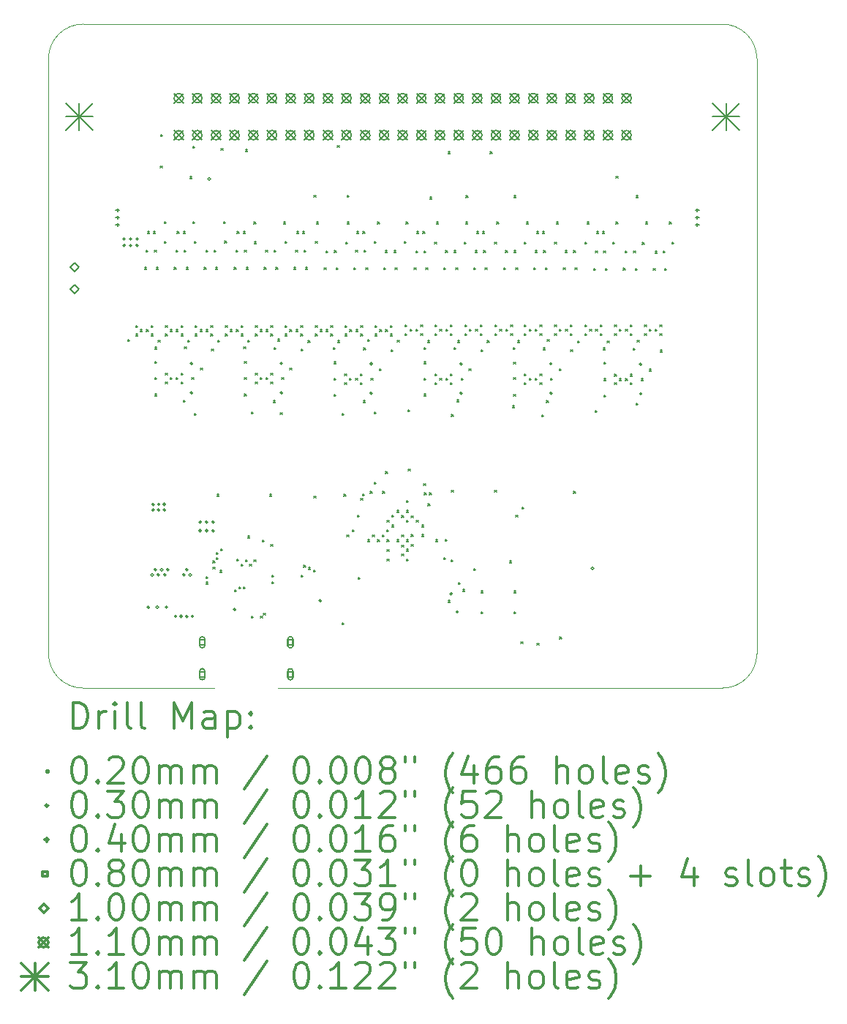
<source format=gbr>
%FSLAX45Y45*%
G04 Gerber Fmt 4.5, Leading zero omitted, Abs format (unit mm)*
G04 Created by KiCad (PCBNEW 5.1.6) date 2020-08-02 00:36:02*
%MOMM*%
%LPD*%
G01*
G04 APERTURE LIST*
%TA.AperFunction,Profile*%
%ADD10C,0.050000*%
%TD*%
%ADD11C,0.200000*%
%ADD12C,0.300000*%
G04 APERTURE END LIST*
D10*
X1920000Y0D02*
X400000Y0D01*
X0Y7280000D02*
G75*
G02*
X400000Y7680000I400000J0D01*
G01*
X7800000Y7680000D02*
G75*
G02*
X8200000Y7280000I0J-400000D01*
G01*
X8200000Y400000D02*
G75*
G02*
X7800000Y0I-400000J0D01*
G01*
X400000Y0D02*
G75*
G02*
X0Y400000I0J400000D01*
G01*
X0Y400000D02*
X0Y7280000D01*
X7800000Y0D02*
X2660000Y0D01*
X8200000Y7280000D02*
X8200000Y400000D01*
X400000Y7680000D02*
X7800000Y7680000D01*
D11*
X920000Y4030000D02*
X940000Y4010000D01*
X940000Y4030000D02*
X920000Y4010000D01*
X1010000Y4195000D02*
X1030000Y4175000D01*
X1030000Y4195000D02*
X1010000Y4175000D01*
X1010000Y4095000D02*
X1030000Y4075000D01*
X1030000Y4095000D02*
X1010000Y4075000D01*
X1065000Y4145000D02*
X1085000Y4125000D01*
X1085000Y4145000D02*
X1065000Y4125000D01*
X1112300Y4865507D02*
X1132300Y4845507D01*
X1132300Y4865507D02*
X1112300Y4845507D01*
X1131500Y5065000D02*
X1151500Y5045000D01*
X1151500Y5065000D02*
X1131500Y5045000D01*
X1135000Y4145000D02*
X1155000Y4125000D01*
X1155000Y4145000D02*
X1135000Y4125000D01*
X1145000Y5280000D02*
X1165000Y5260000D01*
X1165000Y5280000D02*
X1145000Y5260000D01*
X1190000Y4195000D02*
X1210000Y4175000D01*
X1210000Y4195000D02*
X1190000Y4175000D01*
X1190000Y4095000D02*
X1210000Y4075000D01*
X1210000Y4095000D02*
X1190000Y4075000D01*
X1215000Y5280000D02*
X1235000Y5260000D01*
X1235000Y5280000D02*
X1215000Y5260000D01*
X1228500Y5065000D02*
X1248500Y5045000D01*
X1248500Y5065000D02*
X1228500Y5045000D01*
X1230000Y3942901D02*
X1250000Y3922901D01*
X1250000Y3942901D02*
X1230000Y3922901D01*
X1230000Y3780000D02*
X1250000Y3760000D01*
X1250000Y3780000D02*
X1230000Y3760000D01*
X1230000Y3590000D02*
X1250000Y3570000D01*
X1250000Y3590000D02*
X1230000Y3570000D01*
X1230000Y3400000D02*
X1250000Y3380000D01*
X1250000Y3400000D02*
X1230000Y3380000D01*
X1250000Y4865000D02*
X1270000Y4845000D01*
X1270000Y4865000D02*
X1250000Y4845000D01*
X1270000Y4025000D02*
X1290000Y4005000D01*
X1290000Y4025000D02*
X1270000Y4005000D01*
X1295000Y6040000D02*
X1315000Y6020000D01*
X1315000Y6040000D02*
X1295000Y6020000D01*
X1300000Y6405000D02*
X1320000Y6385000D01*
X1320000Y6405000D02*
X1300000Y6385000D01*
X1340000Y5165000D02*
X1360000Y5145000D01*
X1360000Y5165000D02*
X1340000Y5145000D01*
X1345000Y5395000D02*
X1365000Y5375000D01*
X1365000Y5395000D02*
X1345000Y5375000D01*
X1355000Y4195000D02*
X1375000Y4175000D01*
X1375000Y4195000D02*
X1355000Y4175000D01*
X1355000Y4095000D02*
X1375000Y4075000D01*
X1375000Y4095000D02*
X1355000Y4075000D01*
X1355000Y3640000D02*
X1375000Y3620000D01*
X1375000Y3640000D02*
X1355000Y3620000D01*
X1355000Y3540000D02*
X1375000Y3520000D01*
X1375000Y3540000D02*
X1355000Y3520000D01*
X1410000Y4145000D02*
X1430000Y4125000D01*
X1430000Y4145000D02*
X1410000Y4125000D01*
X1410000Y3590000D02*
X1430000Y3570000D01*
X1430000Y3590000D02*
X1410000Y3570000D01*
X1456579Y4867451D02*
X1476579Y4847451D01*
X1476579Y4867451D02*
X1456579Y4847451D01*
X1476500Y5065000D02*
X1496500Y5045000D01*
X1496500Y5065000D02*
X1476500Y5045000D01*
X1480000Y4145000D02*
X1500000Y4125000D01*
X1500000Y4145000D02*
X1480000Y4125000D01*
X1480000Y3590000D02*
X1500000Y3570000D01*
X1500000Y3590000D02*
X1480000Y3570000D01*
X1490000Y5280000D02*
X1510000Y5260000D01*
X1510000Y5280000D02*
X1490000Y5260000D01*
X1535000Y4195000D02*
X1555000Y4175000D01*
X1555000Y4195000D02*
X1535000Y4175000D01*
X1535000Y4095000D02*
X1555000Y4075000D01*
X1555000Y4095000D02*
X1535000Y4075000D01*
X1535000Y3640000D02*
X1555000Y3620000D01*
X1555000Y3640000D02*
X1535000Y3620000D01*
X1535000Y3540000D02*
X1555000Y3520000D01*
X1555000Y3540000D02*
X1535000Y3520000D01*
X1560000Y5280000D02*
X1580000Y5260000D01*
X1580000Y5280000D02*
X1560000Y5260000D01*
X1565000Y3330000D02*
X1585000Y3310000D01*
X1585000Y3330000D02*
X1565000Y3310000D01*
X1573500Y5065000D02*
X1593500Y5045000D01*
X1593500Y5065000D02*
X1573500Y5045000D01*
X1575000Y3945000D02*
X1595000Y3925000D01*
X1595000Y3945000D02*
X1575000Y3925000D01*
X1595000Y4865000D02*
X1615000Y4845000D01*
X1615000Y4865000D02*
X1595000Y4845000D01*
X1615000Y4025000D02*
X1635000Y4005000D01*
X1635000Y4025000D02*
X1615000Y4005000D01*
X1640000Y5915000D02*
X1660000Y5895000D01*
X1660000Y5915000D02*
X1640000Y5895000D01*
X1660000Y3590000D02*
X1680000Y3570000D01*
X1680000Y3590000D02*
X1660000Y3570000D01*
X1670000Y6270000D02*
X1690000Y6250000D01*
X1690000Y6270000D02*
X1670000Y6250000D01*
X1675000Y5395000D02*
X1695000Y5375000D01*
X1695000Y5395000D02*
X1675000Y5375000D01*
X1690000Y5165000D02*
X1710000Y5145000D01*
X1710000Y5165000D02*
X1690000Y5145000D01*
X1690000Y3175000D02*
X1710000Y3155000D01*
X1710000Y3175000D02*
X1690000Y3155000D01*
X1700000Y4195000D02*
X1720000Y4175000D01*
X1720000Y4195000D02*
X1700000Y4175000D01*
X1700000Y4095000D02*
X1720000Y4075000D01*
X1720000Y4095000D02*
X1700000Y4075000D01*
X1755000Y4145000D02*
X1775000Y4125000D01*
X1775000Y4145000D02*
X1755000Y4125000D01*
X1760000Y3700000D02*
X1780000Y3680000D01*
X1780000Y3700000D02*
X1760000Y3680000D01*
X1802300Y4865000D02*
X1822300Y4845000D01*
X1822300Y4865000D02*
X1802300Y4845000D01*
X1823250Y5066750D02*
X1843250Y5046750D01*
X1843250Y5066750D02*
X1823250Y5046750D01*
X1825000Y4145000D02*
X1845000Y4125000D01*
X1845000Y4145000D02*
X1825000Y4125000D01*
X1825000Y1290000D02*
X1845000Y1270000D01*
X1845000Y1290000D02*
X1825000Y1270000D01*
X1825000Y1225000D02*
X1845000Y1205000D01*
X1845000Y1225000D02*
X1825000Y1205000D01*
X1880000Y4195000D02*
X1900000Y4175000D01*
X1900000Y4195000D02*
X1880000Y4175000D01*
X1880000Y4095000D02*
X1900000Y4075000D01*
X1900000Y4095000D02*
X1880000Y4075000D01*
X1890000Y3920000D02*
X1910000Y3900000D01*
X1910000Y3920000D02*
X1890000Y3900000D01*
X1905000Y1470000D02*
X1925000Y1450000D01*
X1925000Y1470000D02*
X1905000Y1450000D01*
X1905000Y1400000D02*
X1925000Y1380000D01*
X1925000Y1400000D02*
X1905000Y1380000D01*
X1918500Y5065000D02*
X1938500Y5045000D01*
X1938500Y5065000D02*
X1918500Y5045000D01*
X1935000Y4865000D02*
X1955000Y4845000D01*
X1955000Y4865000D02*
X1935000Y4845000D01*
X1943887Y1568479D02*
X1963887Y1548479D01*
X1963887Y1568479D02*
X1943887Y1548479D01*
X1945800Y1510800D02*
X1965800Y1490800D01*
X1965800Y1510800D02*
X1945800Y1490800D01*
X1950000Y2240000D02*
X1970000Y2220000D01*
X1970000Y2240000D02*
X1950000Y2220000D01*
X1960000Y4025000D02*
X1980000Y4005000D01*
X1980000Y4025000D02*
X1960000Y4005000D01*
X1985000Y1360000D02*
X2005000Y1340000D01*
X2005000Y1360000D02*
X1985000Y1340000D01*
X1996677Y1611299D02*
X2016677Y1591299D01*
X2016677Y1611299D02*
X1996677Y1591299D01*
X2000000Y6240000D02*
X2020000Y6220000D01*
X2020000Y6240000D02*
X2000000Y6220000D01*
X2030000Y5395000D02*
X2050000Y5375000D01*
X2050000Y5395000D02*
X2030000Y5375000D01*
X2040000Y5170000D02*
X2060000Y5150000D01*
X2060000Y5170000D02*
X2040000Y5150000D01*
X2050000Y4195000D02*
X2070000Y4175000D01*
X2070000Y4195000D02*
X2050000Y4175000D01*
X2050000Y4095000D02*
X2070000Y4075000D01*
X2070000Y4095000D02*
X2050000Y4075000D01*
X2105000Y4145000D02*
X2125000Y4125000D01*
X2125000Y4145000D02*
X2105000Y4125000D01*
X2152300Y4865507D02*
X2172300Y4845507D01*
X2172300Y4865507D02*
X2152300Y4845507D01*
X2156991Y1137994D02*
X2176991Y1117994D01*
X2176991Y1137994D02*
X2156991Y1117994D01*
X2171500Y5065000D02*
X2191500Y5045000D01*
X2191500Y5065000D02*
X2171500Y5045000D01*
X2175000Y4145000D02*
X2195000Y4125000D01*
X2195000Y4145000D02*
X2175000Y4125000D01*
X2180000Y1490000D02*
X2200000Y1470000D01*
X2200000Y1490000D02*
X2180000Y1470000D01*
X2185000Y5280000D02*
X2205000Y5260000D01*
X2205000Y5280000D02*
X2185000Y5260000D01*
X2205000Y1170000D02*
X2225000Y1150000D01*
X2225000Y1170000D02*
X2205000Y1150000D01*
X2230000Y4195000D02*
X2250000Y4175000D01*
X2250000Y4195000D02*
X2230000Y4175000D01*
X2230000Y4095000D02*
X2250000Y4075000D01*
X2250000Y4095000D02*
X2230000Y4075000D01*
X2230000Y1435000D02*
X2250000Y1415000D01*
X2250000Y1435000D02*
X2230000Y1415000D01*
X2255000Y5280000D02*
X2275000Y5260000D01*
X2275000Y5280000D02*
X2255000Y5260000D01*
X2255000Y1170000D02*
X2275000Y1150000D01*
X2275000Y1170000D02*
X2255000Y1150000D01*
X2260000Y3945000D02*
X2280000Y3925000D01*
X2280000Y3945000D02*
X2260000Y3925000D01*
X2268500Y5065000D02*
X2288500Y5045000D01*
X2288500Y5065000D02*
X2268500Y5045000D01*
X2270000Y3780000D02*
X2290000Y3760000D01*
X2290000Y3780000D02*
X2270000Y3760000D01*
X2270000Y3590000D02*
X2290000Y3570000D01*
X2290000Y3590000D02*
X2270000Y3570000D01*
X2270000Y3400000D02*
X2290000Y3380000D01*
X2290000Y3400000D02*
X2270000Y3380000D01*
X2280000Y6230000D02*
X2300000Y6210000D01*
X2300000Y6230000D02*
X2280000Y6210000D01*
X2280000Y1485000D02*
X2300000Y1465000D01*
X2300000Y1485000D02*
X2280000Y1465000D01*
X2290000Y4865000D02*
X2310000Y4845000D01*
X2310000Y4865000D02*
X2290000Y4845000D01*
X2305000Y1760000D02*
X2325000Y1740000D01*
X2325000Y1760000D02*
X2305000Y1740000D01*
X2310000Y4025000D02*
X2330000Y4005000D01*
X2330000Y4025000D02*
X2310000Y4005000D01*
X2330000Y1435000D02*
X2350000Y1415000D01*
X2350000Y1435000D02*
X2330000Y1415000D01*
X2350000Y3195000D02*
X2370000Y3175000D01*
X2370000Y3195000D02*
X2350000Y3175000D01*
X2350000Y830000D02*
X2370000Y810000D01*
X2370000Y830000D02*
X2350000Y810000D01*
X2380000Y5390000D02*
X2400000Y5370000D01*
X2400000Y5390000D02*
X2380000Y5370000D01*
X2380000Y1485000D02*
X2400000Y1465000D01*
X2400000Y1485000D02*
X2380000Y1465000D01*
X2383500Y5163500D02*
X2403500Y5143500D01*
X2403500Y5163500D02*
X2383500Y5143500D01*
X2395000Y4195000D02*
X2415000Y4175000D01*
X2415000Y4195000D02*
X2395000Y4175000D01*
X2395000Y4095000D02*
X2415000Y4075000D01*
X2415000Y4095000D02*
X2395000Y4075000D01*
X2395000Y3640000D02*
X2415000Y3620000D01*
X2415000Y3640000D02*
X2395000Y3620000D01*
X2395000Y3540000D02*
X2415000Y3520000D01*
X2415000Y3540000D02*
X2395000Y3520000D01*
X2450000Y4145000D02*
X2470000Y4125000D01*
X2470000Y4145000D02*
X2450000Y4125000D01*
X2450000Y3590000D02*
X2470000Y3570000D01*
X2470000Y3590000D02*
X2450000Y3570000D01*
X2455000Y830000D02*
X2475000Y810000D01*
X2475000Y830000D02*
X2455000Y810000D01*
X2475000Y1710000D02*
X2495000Y1690000D01*
X2495000Y1710000D02*
X2475000Y1690000D01*
X2490000Y865000D02*
X2510000Y845000D01*
X2510000Y865000D02*
X2490000Y845000D01*
X2496579Y4867451D02*
X2516579Y4847451D01*
X2516579Y4867451D02*
X2496579Y4847451D01*
X2516500Y5065000D02*
X2536500Y5045000D01*
X2536500Y5065000D02*
X2516500Y5045000D01*
X2520000Y4145000D02*
X2540000Y4125000D01*
X2540000Y4145000D02*
X2520000Y4125000D01*
X2520000Y3590000D02*
X2540000Y3570000D01*
X2540000Y3590000D02*
X2520000Y3570000D01*
X2560000Y2240000D02*
X2580000Y2220000D01*
X2580000Y2240000D02*
X2560000Y2220000D01*
X2575000Y4195000D02*
X2595000Y4175000D01*
X2595000Y4195000D02*
X2575000Y4175000D01*
X2575000Y4095000D02*
X2595000Y4075000D01*
X2595000Y4095000D02*
X2575000Y4075000D01*
X2575000Y3640000D02*
X2595000Y3620000D01*
X2595000Y3640000D02*
X2575000Y3620000D01*
X2575000Y3540000D02*
X2595000Y3520000D01*
X2595000Y3540000D02*
X2575000Y3520000D01*
X2575000Y1660000D02*
X2595000Y1640000D01*
X2595000Y1660000D02*
X2575000Y1640000D01*
X2585000Y1305000D02*
X2605000Y1285000D01*
X2605000Y1305000D02*
X2585000Y1285000D01*
X2585000Y1230000D02*
X2605000Y1210000D01*
X2605000Y1230000D02*
X2585000Y1210000D01*
X2605000Y3325000D02*
X2625000Y3305000D01*
X2625000Y3325000D02*
X2605000Y3305000D01*
X2610000Y3940000D02*
X2630000Y3920000D01*
X2630000Y3940000D02*
X2610000Y3920000D01*
X2613500Y5065000D02*
X2633500Y5045000D01*
X2633500Y5065000D02*
X2613500Y5045000D01*
X2635000Y4865000D02*
X2655000Y4845000D01*
X2655000Y4865000D02*
X2635000Y4845000D01*
X2655000Y4035000D02*
X2675000Y4015000D01*
X2675000Y4035000D02*
X2655000Y4015000D01*
X2685000Y3185000D02*
X2705000Y3165000D01*
X2705000Y3185000D02*
X2685000Y3165000D01*
X2700000Y3590000D02*
X2720000Y3570000D01*
X2720000Y3590000D02*
X2700000Y3570000D01*
X2720000Y5390000D02*
X2740000Y5370000D01*
X2740000Y5390000D02*
X2720000Y5370000D01*
X2740000Y5165000D02*
X2760000Y5145000D01*
X2760000Y5165000D02*
X2740000Y5145000D01*
X2740000Y4195000D02*
X2760000Y4175000D01*
X2760000Y4195000D02*
X2740000Y4175000D01*
X2740000Y4095000D02*
X2760000Y4075000D01*
X2760000Y4095000D02*
X2740000Y4075000D01*
X2795000Y4145000D02*
X2815000Y4125000D01*
X2815000Y4145000D02*
X2795000Y4125000D01*
X2795000Y3700000D02*
X2815000Y3680000D01*
X2815000Y3700000D02*
X2795000Y3680000D01*
X2842300Y4865000D02*
X2862300Y4845000D01*
X2862300Y4865000D02*
X2842300Y4845000D01*
X2861500Y5065000D02*
X2881500Y5045000D01*
X2881500Y5065000D02*
X2861500Y5045000D01*
X2865000Y4145000D02*
X2885000Y4125000D01*
X2885000Y4145000D02*
X2865000Y4125000D01*
X2875000Y5280000D02*
X2895000Y5260000D01*
X2895000Y5280000D02*
X2875000Y5260000D01*
X2920000Y4195000D02*
X2940000Y4175000D01*
X2940000Y4195000D02*
X2920000Y4175000D01*
X2920000Y4095000D02*
X2940000Y4075000D01*
X2940000Y4095000D02*
X2920000Y4075000D01*
X2925000Y3920000D02*
X2945000Y3900000D01*
X2945000Y3920000D02*
X2925000Y3900000D01*
X2925000Y1305000D02*
X2945000Y1285000D01*
X2945000Y1305000D02*
X2925000Y1285000D01*
X2945000Y5280000D02*
X2965000Y5260000D01*
X2965000Y5280000D02*
X2945000Y5260000D01*
X2955000Y1420000D02*
X2975000Y1400000D01*
X2975000Y1420000D02*
X2955000Y1400000D01*
X2958500Y5065000D02*
X2978500Y5045000D01*
X2978500Y5065000D02*
X2958500Y5045000D01*
X2975000Y4865000D02*
X2995000Y4845000D01*
X2995000Y4865000D02*
X2975000Y4845000D01*
X3005000Y4020000D02*
X3025000Y4000000D01*
X3025000Y4020000D02*
X3005000Y4000000D01*
X3012678Y1393652D02*
X3032678Y1373652D01*
X3032678Y1393652D02*
X3012678Y1373652D01*
X3068509Y1365711D02*
X3088509Y1345711D01*
X3088509Y1365711D02*
X3068509Y1345711D01*
X3075000Y5700000D02*
X3095000Y5680000D01*
X3095000Y5700000D02*
X3075000Y5680000D01*
X3075000Y2220000D02*
X3095000Y2200000D01*
X3095000Y2220000D02*
X3075000Y2200000D01*
X3090000Y5165000D02*
X3110000Y5145000D01*
X3110000Y5165000D02*
X3090000Y5145000D01*
X3090000Y4195000D02*
X3110000Y4175000D01*
X3110000Y4195000D02*
X3090000Y4175000D01*
X3090000Y4095000D02*
X3110000Y4075000D01*
X3110000Y4095000D02*
X3090000Y4075000D01*
X3105000Y5390000D02*
X3125000Y5370000D01*
X3125000Y5390000D02*
X3105000Y5370000D01*
X3145000Y4145000D02*
X3165000Y4125000D01*
X3165000Y4145000D02*
X3145000Y4125000D01*
X3192300Y4860507D02*
X3212300Y4840507D01*
X3212300Y4860507D02*
X3192300Y4840507D01*
X3213250Y5058250D02*
X3233250Y5038250D01*
X3233250Y5058250D02*
X3213250Y5038250D01*
X3215000Y4145000D02*
X3235000Y4125000D01*
X3235000Y4145000D02*
X3215000Y4125000D01*
X3270000Y4195000D02*
X3290000Y4175000D01*
X3290000Y4195000D02*
X3270000Y4175000D01*
X3270000Y4095000D02*
X3290000Y4075000D01*
X3290000Y4095000D02*
X3270000Y4075000D01*
X3300000Y3940000D02*
X3320000Y3920000D01*
X3320000Y3940000D02*
X3300000Y3920000D01*
X3305000Y3775000D02*
X3325000Y3755000D01*
X3325000Y3775000D02*
X3305000Y3755000D01*
X3305000Y3585000D02*
X3325000Y3565000D01*
X3325000Y3585000D02*
X3305000Y3565000D01*
X3305000Y3395000D02*
X3325000Y3375000D01*
X3325000Y3395000D02*
X3305000Y3375000D01*
X3312000Y5060000D02*
X3332000Y5040000D01*
X3332000Y5060000D02*
X3312000Y5040000D01*
X3330000Y4860000D02*
X3350000Y4840000D01*
X3350000Y4860000D02*
X3330000Y4840000D01*
X3345000Y6275000D02*
X3365000Y6255000D01*
X3365000Y6275000D02*
X3345000Y6255000D01*
X3350000Y4020000D02*
X3370000Y4000000D01*
X3370000Y4020000D02*
X3350000Y4000000D01*
X3400000Y3175000D02*
X3420000Y3155000D01*
X3420000Y3175000D02*
X3400000Y3155000D01*
X3400000Y755000D02*
X3420000Y735000D01*
X3420000Y755000D02*
X3400000Y735000D01*
X3420000Y2240000D02*
X3440000Y2220000D01*
X3440000Y2240000D02*
X3420000Y2220000D01*
X3430000Y3635000D02*
X3450000Y3615000D01*
X3450000Y3635000D02*
X3430000Y3615000D01*
X3430000Y3535000D02*
X3450000Y3515000D01*
X3450000Y3535000D02*
X3430000Y3515000D01*
X3435000Y4195000D02*
X3455000Y4175000D01*
X3455000Y4195000D02*
X3435000Y4175000D01*
X3435000Y4095000D02*
X3455000Y4075000D01*
X3455000Y4095000D02*
X3435000Y4075000D01*
X3440000Y5160000D02*
X3460000Y5140000D01*
X3460000Y5160000D02*
X3440000Y5140000D01*
X3455000Y1770000D02*
X3475000Y1750000D01*
X3475000Y1770000D02*
X3455000Y1750000D01*
X3460000Y5700000D02*
X3480000Y5680000D01*
X3480000Y5700000D02*
X3460000Y5680000D01*
X3460000Y5390000D02*
X3480000Y5370000D01*
X3480000Y5390000D02*
X3460000Y5370000D01*
X3485000Y3585000D02*
X3505000Y3565000D01*
X3505000Y3585000D02*
X3485000Y3565000D01*
X3490000Y4145000D02*
X3510000Y4125000D01*
X3510000Y4145000D02*
X3490000Y4125000D01*
X3517849Y1832121D02*
X3537849Y1812121D01*
X3537849Y1832121D02*
X3517849Y1812121D01*
X3536579Y4862451D02*
X3556579Y4842451D01*
X3556579Y4862451D02*
X3536579Y4842451D01*
X3555000Y3585000D02*
X3575000Y3565000D01*
X3575000Y3585000D02*
X3555000Y3565000D01*
X3556500Y5065000D02*
X3576500Y5045000D01*
X3576500Y5065000D02*
X3556500Y5045000D01*
X3560000Y4145000D02*
X3580000Y4125000D01*
X3580000Y4145000D02*
X3560000Y4125000D01*
X3570000Y5280000D02*
X3590000Y5260000D01*
X3590000Y5280000D02*
X3570000Y5260000D01*
X3580000Y1997584D02*
X3600000Y1977584D01*
X3600000Y1997584D02*
X3580000Y1977584D01*
X3585000Y1281888D02*
X3605000Y1261888D01*
X3605000Y1281888D02*
X3585000Y1261888D01*
X3610000Y3635000D02*
X3630000Y3615000D01*
X3630000Y3635000D02*
X3610000Y3615000D01*
X3610000Y3535000D02*
X3630000Y3515000D01*
X3630000Y3535000D02*
X3610000Y3515000D01*
X3615000Y4195000D02*
X3635000Y4175000D01*
X3635000Y4195000D02*
X3615000Y4175000D01*
X3615000Y4095000D02*
X3635000Y4075000D01*
X3635000Y4095000D02*
X3615000Y4075000D01*
X3615000Y2192584D02*
X3635000Y2172584D01*
X3635000Y2192584D02*
X3615000Y2172584D01*
X3635000Y2245000D02*
X3655000Y2225000D01*
X3655000Y2245000D02*
X3635000Y2225000D01*
X3640000Y5280000D02*
X3660000Y5260000D01*
X3660000Y5280000D02*
X3640000Y5260000D01*
X3645000Y3325000D02*
X3665000Y3305000D01*
X3665000Y3325000D02*
X3645000Y3305000D01*
X3650000Y3935000D02*
X3670000Y3915000D01*
X3670000Y3935000D02*
X3650000Y3915000D01*
X3653500Y5065000D02*
X3673500Y5045000D01*
X3673500Y5065000D02*
X3653500Y5045000D01*
X3675000Y4860000D02*
X3695000Y4840000D01*
X3695000Y4860000D02*
X3675000Y4840000D01*
X3695000Y4030000D02*
X3715000Y4010000D01*
X3715000Y4030000D02*
X3695000Y4010000D01*
X3695000Y1715000D02*
X3715000Y1695000D01*
X3715000Y1715000D02*
X3695000Y1695000D01*
X3725000Y2275000D02*
X3745000Y2255000D01*
X3745000Y2275000D02*
X3725000Y2255000D01*
X3735000Y3585000D02*
X3755000Y3565000D01*
X3755000Y3585000D02*
X3735000Y3565000D01*
X3750000Y1770000D02*
X3770000Y1750000D01*
X3770000Y1770000D02*
X3750000Y1750000D01*
X3770000Y3195000D02*
X3790000Y3175000D01*
X3790000Y3195000D02*
X3770000Y3175000D01*
X3770724Y2381897D02*
X3790724Y2361897D01*
X3790724Y2381897D02*
X3770724Y2361897D01*
X3775000Y5165000D02*
X3795000Y5145000D01*
X3795000Y5165000D02*
X3775000Y5145000D01*
X3780000Y4195000D02*
X3800000Y4175000D01*
X3800000Y4195000D02*
X3780000Y4175000D01*
X3780000Y4095000D02*
X3800000Y4075000D01*
X3800000Y4095000D02*
X3780000Y4075000D01*
X3810000Y5390000D02*
X3830000Y5370000D01*
X3830000Y5390000D02*
X3810000Y5370000D01*
X3810000Y1715000D02*
X3830000Y1695000D01*
X3830000Y1715000D02*
X3810000Y1695000D01*
X3830000Y3695000D02*
X3850000Y3675000D01*
X3850000Y3695000D02*
X3830000Y3675000D01*
X3835000Y4145000D02*
X3855000Y4125000D01*
X3855000Y4145000D02*
X3835000Y4125000D01*
X3865000Y1770000D02*
X3885000Y1750000D01*
X3885000Y1770000D02*
X3865000Y1750000D01*
X3870000Y2274411D02*
X3890000Y2254411D01*
X3890000Y2274411D02*
X3870000Y2254411D01*
X3882300Y4860000D02*
X3902300Y4840000D01*
X3902300Y4860000D02*
X3882300Y4840000D01*
X3901500Y5060000D02*
X3921500Y5040000D01*
X3921500Y5060000D02*
X3901500Y5040000D01*
X3905000Y4145000D02*
X3925000Y4125000D01*
X3925000Y4145000D02*
X3905000Y4125000D01*
X3905000Y2505000D02*
X3925000Y2485000D01*
X3925000Y2505000D02*
X3905000Y2485000D01*
X3916383Y1830257D02*
X3936383Y1810257D01*
X3936383Y1830257D02*
X3916383Y1810257D01*
X3920000Y1715000D02*
X3940000Y1695000D01*
X3940000Y1715000D02*
X3920000Y1695000D01*
X3920000Y1600000D02*
X3940000Y1580000D01*
X3940000Y1600000D02*
X3920000Y1580000D01*
X3920000Y1490000D02*
X3940000Y1470000D01*
X3940000Y1490000D02*
X3920000Y1470000D01*
X3921364Y1941364D02*
X3941364Y1921364D01*
X3941364Y1941364D02*
X3921364Y1921364D01*
X3960000Y4195000D02*
X3980000Y4175000D01*
X3980000Y4195000D02*
X3960000Y4175000D01*
X3960000Y4095000D02*
X3980000Y4075000D01*
X3980000Y4095000D02*
X3960000Y4075000D01*
X3965000Y3915000D02*
X3985000Y3895000D01*
X3985000Y3915000D02*
X3965000Y3895000D01*
X3975000Y2000000D02*
X3995000Y1980000D01*
X3995000Y2000000D02*
X3975000Y1980000D01*
X3975000Y1885000D02*
X3995000Y1865000D01*
X3995000Y1885000D02*
X3975000Y1865000D01*
X3998500Y5060000D02*
X4018500Y5040000D01*
X4018500Y5060000D02*
X3998500Y5040000D01*
X4015000Y4860000D02*
X4035000Y4840000D01*
X4035000Y4860000D02*
X4015000Y4840000D01*
X4035000Y2055000D02*
X4055000Y2035000D01*
X4055000Y2055000D02*
X4035000Y2035000D01*
X4035000Y1715000D02*
X4055000Y1695000D01*
X4055000Y1715000D02*
X4035000Y1695000D01*
X4040000Y4025000D02*
X4060000Y4005000D01*
X4060000Y4025000D02*
X4040000Y4005000D01*
X4090000Y1995000D02*
X4110000Y1975000D01*
X4110000Y1995000D02*
X4090000Y1975000D01*
X4090000Y1770000D02*
X4110000Y1750000D01*
X4110000Y1770000D02*
X4090000Y1750000D01*
X4090000Y1655000D02*
X4110000Y1635000D01*
X4110000Y1655000D02*
X4090000Y1635000D01*
X4090000Y1549163D02*
X4110000Y1529163D01*
X4110000Y1549163D02*
X4090000Y1529163D01*
X4120000Y5165000D02*
X4140000Y5145000D01*
X4140000Y5165000D02*
X4120000Y5145000D01*
X4130000Y4200000D02*
X4150000Y4180000D01*
X4150000Y4200000D02*
X4130000Y4180000D01*
X4130000Y4100000D02*
X4150000Y4080000D01*
X4150000Y4100000D02*
X4130000Y4080000D01*
X4140000Y5390000D02*
X4160000Y5370000D01*
X4160000Y5390000D02*
X4140000Y5370000D01*
X4145000Y2170000D02*
X4165000Y2150000D01*
X4165000Y2170000D02*
X4145000Y2150000D01*
X4145000Y2055000D02*
X4165000Y2035000D01*
X4165000Y2055000D02*
X4145000Y2035000D01*
X4145000Y1940000D02*
X4165000Y1920000D01*
X4165000Y1940000D02*
X4145000Y1920000D01*
X4145000Y1715000D02*
X4165000Y1695000D01*
X4165000Y1715000D02*
X4145000Y1695000D01*
X4145000Y1605000D02*
X4165000Y1585000D01*
X4165000Y1605000D02*
X4145000Y1585000D01*
X4145000Y1490000D02*
X4165000Y1470000D01*
X4165000Y1490000D02*
X4145000Y1470000D01*
X4160000Y3220000D02*
X4180000Y3200000D01*
X4180000Y3220000D02*
X4160000Y3200000D01*
X4165000Y2535000D02*
X4185000Y2515000D01*
X4185000Y2535000D02*
X4165000Y2515000D01*
X4185000Y4150000D02*
X4205000Y4130000D01*
X4205000Y4150000D02*
X4185000Y4130000D01*
X4200000Y1775000D02*
X4220000Y1755000D01*
X4220000Y1775000D02*
X4200000Y1755000D01*
X4200000Y1660000D02*
X4220000Y1640000D01*
X4220000Y1660000D02*
X4200000Y1640000D01*
X4201364Y1993636D02*
X4221364Y1973636D01*
X4221364Y1993636D02*
X4201364Y1973636D01*
X4232300Y4860507D02*
X4252300Y4840507D01*
X4252300Y4860507D02*
X4232300Y4840507D01*
X4255000Y4150000D02*
X4275000Y4130000D01*
X4275000Y4150000D02*
X4255000Y4130000D01*
X4255750Y5055750D02*
X4275750Y5035750D01*
X4275750Y5055750D02*
X4255750Y5035750D01*
X4260000Y1940000D02*
X4280000Y1920000D01*
X4280000Y1940000D02*
X4260000Y1920000D01*
X4265000Y5280000D02*
X4285000Y5260000D01*
X4285000Y5280000D02*
X4265000Y5260000D01*
X4310000Y4200000D02*
X4330000Y4180000D01*
X4330000Y4200000D02*
X4310000Y4180000D01*
X4310000Y4100000D02*
X4330000Y4080000D01*
X4330000Y4100000D02*
X4310000Y4080000D01*
X4320000Y1885000D02*
X4340000Y1865000D01*
X4340000Y1885000D02*
X4320000Y1865000D01*
X4320296Y1775591D02*
X4340296Y1755591D01*
X4340296Y1775591D02*
X4320296Y1755591D01*
X4335000Y5280000D02*
X4355000Y5260000D01*
X4355000Y5280000D02*
X4335000Y5260000D01*
X4345090Y2364910D02*
X4365090Y2344910D01*
X4365090Y2364910D02*
X4345090Y2344910D01*
X4346750Y5058250D02*
X4366750Y5038250D01*
X4366750Y5058250D02*
X4346750Y5038250D01*
X4350000Y3937901D02*
X4370000Y3917901D01*
X4370000Y3937901D02*
X4350000Y3917901D01*
X4350000Y3775000D02*
X4370000Y3755000D01*
X4370000Y3775000D02*
X4350000Y3755000D01*
X4350000Y3585000D02*
X4370000Y3565000D01*
X4370000Y3585000D02*
X4350000Y3565000D01*
X4350000Y3400000D02*
X4370000Y3380000D01*
X4370000Y3400000D02*
X4350000Y3380000D01*
X4350954Y2257637D02*
X4370954Y2237637D01*
X4370954Y2257637D02*
X4350954Y2237637D01*
X4370000Y4860000D02*
X4390000Y4840000D01*
X4390000Y4860000D02*
X4370000Y4840000D01*
X4390000Y4020000D02*
X4410000Y4000000D01*
X4410000Y4020000D02*
X4390000Y4000000D01*
X4395000Y2131239D02*
X4415000Y2111239D01*
X4415000Y2131239D02*
X4395000Y2111239D01*
X4410523Y2259477D02*
X4430523Y2239477D01*
X4430523Y2259477D02*
X4410523Y2239477D01*
X4415000Y5680000D02*
X4435000Y5660000D01*
X4435000Y5680000D02*
X4415000Y5660000D01*
X4470000Y5160000D02*
X4490000Y5140000D01*
X4490000Y5160000D02*
X4470000Y5140000D01*
X4475000Y4200000D02*
X4495000Y4180000D01*
X4495000Y4200000D02*
X4475000Y4180000D01*
X4475000Y4100000D02*
X4495000Y4080000D01*
X4495000Y4100000D02*
X4475000Y4080000D01*
X4475000Y3635000D02*
X4495000Y3615000D01*
X4495000Y3635000D02*
X4475000Y3615000D01*
X4475000Y3535000D02*
X4495000Y3515000D01*
X4495000Y3535000D02*
X4475000Y3515000D01*
X4485000Y1715000D02*
X4505000Y1695000D01*
X4505000Y1715000D02*
X4485000Y1695000D01*
X4490000Y5390000D02*
X4510000Y5370000D01*
X4510000Y5390000D02*
X4490000Y5370000D01*
X4530000Y4150000D02*
X4550000Y4130000D01*
X4550000Y4150000D02*
X4530000Y4130000D01*
X4530000Y3585000D02*
X4550000Y3565000D01*
X4550000Y3585000D02*
X4530000Y3565000D01*
X4576192Y1507730D02*
X4596192Y1487730D01*
X4596192Y1507730D02*
X4576192Y1487730D01*
X4576579Y4862451D02*
X4596579Y4842451D01*
X4596579Y4862451D02*
X4576579Y4842451D01*
X4595095Y1719022D02*
X4615095Y1699022D01*
X4615095Y1719022D02*
X4595095Y1699022D01*
X4596500Y5060000D02*
X4616500Y5040000D01*
X4616500Y5060000D02*
X4596500Y5040000D01*
X4600000Y4150000D02*
X4620000Y4130000D01*
X4620000Y4150000D02*
X4600000Y4130000D01*
X4600000Y3585000D02*
X4620000Y3565000D01*
X4620000Y3585000D02*
X4600000Y3565000D01*
X4625000Y6205000D02*
X4645000Y6185000D01*
X4645000Y6205000D02*
X4625000Y6185000D01*
X4630000Y1015000D02*
X4650000Y995000D01*
X4650000Y1015000D02*
X4630000Y995000D01*
X4655000Y4200000D02*
X4675000Y4180000D01*
X4675000Y4200000D02*
X4655000Y4180000D01*
X4655000Y4100000D02*
X4675000Y4080000D01*
X4675000Y4100000D02*
X4655000Y4080000D01*
X4655000Y3635000D02*
X4675000Y3615000D01*
X4675000Y3635000D02*
X4655000Y3615000D01*
X4655000Y3535000D02*
X4675000Y3515000D01*
X4675000Y3535000D02*
X4655000Y3515000D01*
X4660000Y1485000D02*
X4680000Y1465000D01*
X4680000Y1485000D02*
X4660000Y1465000D01*
X4665000Y3165000D02*
X4685000Y3145000D01*
X4685000Y3165000D02*
X4665000Y3145000D01*
X4665000Y2290000D02*
X4685000Y2270000D01*
X4685000Y2290000D02*
X4665000Y2270000D01*
X4693500Y5060000D02*
X4713500Y5040000D01*
X4713500Y5060000D02*
X4693500Y5040000D01*
X4695000Y3940000D02*
X4715000Y3920000D01*
X4715000Y3940000D02*
X4695000Y3920000D01*
X4715000Y4860000D02*
X4735000Y4840000D01*
X4735000Y4860000D02*
X4715000Y4840000D01*
X4730000Y3335000D02*
X4750000Y3315000D01*
X4750000Y3335000D02*
X4730000Y3315000D01*
X4735000Y4020000D02*
X4755000Y4000000D01*
X4755000Y4020000D02*
X4735000Y4000000D01*
X4745000Y1220000D02*
X4765000Y1200000D01*
X4765000Y1220000D02*
X4745000Y1200000D01*
X4780000Y3585000D02*
X4800000Y3565000D01*
X4800000Y3585000D02*
X4780000Y3565000D01*
X4795000Y1140000D02*
X4815000Y1120000D01*
X4815000Y1140000D02*
X4795000Y1120000D01*
X4815000Y5160000D02*
X4835000Y5140000D01*
X4835000Y5160000D02*
X4815000Y5140000D01*
X4820000Y4200000D02*
X4840000Y4180000D01*
X4840000Y4200000D02*
X4820000Y4180000D01*
X4820000Y4100000D02*
X4840000Y4080000D01*
X4840000Y4100000D02*
X4820000Y4080000D01*
X4830000Y5390000D02*
X4850000Y5370000D01*
X4850000Y5390000D02*
X4830000Y5370000D01*
X4835000Y5695000D02*
X4855000Y5675000D01*
X4855000Y5695000D02*
X4835000Y5675000D01*
X4870000Y3695000D02*
X4890000Y3675000D01*
X4890000Y3695000D02*
X4870000Y3675000D01*
X4875000Y4150000D02*
X4895000Y4130000D01*
X4895000Y4150000D02*
X4875000Y4130000D01*
X4922300Y4860000D02*
X4942300Y4840000D01*
X4942300Y4860000D02*
X4922300Y4840000D01*
X4925000Y1380000D02*
X4945000Y1360000D01*
X4945000Y1380000D02*
X4925000Y1360000D01*
X4941500Y5060000D02*
X4961500Y5040000D01*
X4961500Y5060000D02*
X4941500Y5040000D01*
X4945000Y4150000D02*
X4965000Y4130000D01*
X4965000Y4150000D02*
X4945000Y4130000D01*
X4955000Y5280000D02*
X4975000Y5260000D01*
X4975000Y5280000D02*
X4955000Y5260000D01*
X5000000Y4200000D02*
X5020000Y4180000D01*
X5020000Y4200000D02*
X5000000Y4180000D01*
X5000000Y4100000D02*
X5020000Y4080000D01*
X5020000Y4100000D02*
X5000000Y4080000D01*
X5010000Y3915000D02*
X5030000Y3895000D01*
X5030000Y3915000D02*
X5010000Y3895000D01*
X5010000Y1125000D02*
X5030000Y1105000D01*
X5030000Y1125000D02*
X5010000Y1105000D01*
X5010000Y885000D02*
X5030000Y865000D01*
X5030000Y885000D02*
X5010000Y865000D01*
X5025000Y5280000D02*
X5045000Y5260000D01*
X5045000Y5280000D02*
X5025000Y5260000D01*
X5038500Y5060000D02*
X5058500Y5040000D01*
X5058500Y5060000D02*
X5038500Y5040000D01*
X5055000Y4860000D02*
X5075000Y4840000D01*
X5075000Y4860000D02*
X5055000Y4840000D01*
X5080000Y4020000D02*
X5100000Y4000000D01*
X5100000Y4020000D02*
X5080000Y4000000D01*
X5115000Y6205000D02*
X5135000Y6185000D01*
X5135000Y6205000D02*
X5115000Y6185000D01*
X5165000Y5160000D02*
X5185000Y5140000D01*
X5185000Y5160000D02*
X5165000Y5140000D01*
X5165000Y2290000D02*
X5185000Y2270000D01*
X5185000Y2290000D02*
X5165000Y2270000D01*
X5170000Y4200000D02*
X5190000Y4180000D01*
X5190000Y4200000D02*
X5170000Y4180000D01*
X5170000Y4100000D02*
X5190000Y4080000D01*
X5190000Y4100000D02*
X5170000Y4080000D01*
X5190000Y5390000D02*
X5210000Y5370000D01*
X5210000Y5390000D02*
X5190000Y5370000D01*
X5225000Y4150000D02*
X5245000Y4130000D01*
X5245000Y4150000D02*
X5225000Y4130000D01*
X5272300Y4860507D02*
X5292300Y4840507D01*
X5292300Y4860507D02*
X5272300Y4840507D01*
X5291500Y5060000D02*
X5311500Y5040000D01*
X5311500Y5060000D02*
X5291500Y5040000D01*
X5295000Y4150000D02*
X5315000Y4130000D01*
X5315000Y4150000D02*
X5295000Y4130000D01*
X5340000Y1470000D02*
X5360000Y1450000D01*
X5360000Y1470000D02*
X5340000Y1450000D01*
X5350000Y4200000D02*
X5370000Y4180000D01*
X5370000Y4200000D02*
X5350000Y4180000D01*
X5350000Y4100000D02*
X5370000Y4080000D01*
X5370000Y4100000D02*
X5350000Y4080000D01*
X5370000Y3265000D02*
X5390000Y3245000D01*
X5390000Y3265000D02*
X5370000Y3245000D01*
X5380000Y3940000D02*
X5400000Y3920000D01*
X5400000Y3940000D02*
X5380000Y3920000D01*
X5385000Y3770000D02*
X5405000Y3750000D01*
X5405000Y3770000D02*
X5385000Y3750000D01*
X5385000Y3590000D02*
X5405000Y3570000D01*
X5405000Y3590000D02*
X5385000Y3570000D01*
X5385000Y3395000D02*
X5405000Y3375000D01*
X5405000Y3395000D02*
X5385000Y3375000D01*
X5388500Y5060000D02*
X5408500Y5040000D01*
X5408500Y5060000D02*
X5388500Y5040000D01*
X5390000Y5695000D02*
X5410000Y5675000D01*
X5410000Y5695000D02*
X5390000Y5675000D01*
X5390000Y1125000D02*
X5410000Y1105000D01*
X5410000Y1125000D02*
X5390000Y1105000D01*
X5390000Y885000D02*
X5410000Y865000D01*
X5410000Y885000D02*
X5390000Y865000D01*
X5410000Y4860000D02*
X5430000Y4840000D01*
X5430000Y4860000D02*
X5410000Y4840000D01*
X5410000Y2000000D02*
X5430000Y1980000D01*
X5430000Y2000000D02*
X5410000Y1980000D01*
X5430000Y4020000D02*
X5450000Y4000000D01*
X5450000Y4020000D02*
X5430000Y4000000D01*
X5470000Y535000D02*
X5490000Y515000D01*
X5490000Y535000D02*
X5470000Y515000D01*
X5480000Y2095000D02*
X5500000Y2075000D01*
X5500000Y2095000D02*
X5480000Y2075000D01*
X5510000Y5160000D02*
X5530000Y5140000D01*
X5530000Y5160000D02*
X5510000Y5140000D01*
X5510000Y4200000D02*
X5530000Y4180000D01*
X5530000Y4200000D02*
X5510000Y4180000D01*
X5510000Y4100000D02*
X5530000Y4080000D01*
X5530000Y4100000D02*
X5510000Y4080000D01*
X5510000Y3635000D02*
X5530000Y3615000D01*
X5530000Y3635000D02*
X5510000Y3615000D01*
X5510000Y3535000D02*
X5530000Y3515000D01*
X5530000Y3535000D02*
X5510000Y3515000D01*
X5535000Y5390000D02*
X5555000Y5370000D01*
X5555000Y5390000D02*
X5535000Y5370000D01*
X5565000Y4150000D02*
X5585000Y4130000D01*
X5585000Y4150000D02*
X5565000Y4130000D01*
X5565000Y3585000D02*
X5585000Y3565000D01*
X5585000Y3585000D02*
X5565000Y3565000D01*
X5616579Y4862451D02*
X5636579Y4842451D01*
X5636579Y4862451D02*
X5616579Y4842451D01*
X5635000Y4150000D02*
X5655000Y4130000D01*
X5655000Y4150000D02*
X5635000Y4130000D01*
X5635000Y3585000D02*
X5655000Y3565000D01*
X5655000Y3585000D02*
X5635000Y3565000D01*
X5636500Y5060000D02*
X5656500Y5040000D01*
X5656500Y5060000D02*
X5636500Y5040000D01*
X5650000Y5280000D02*
X5670000Y5260000D01*
X5670000Y5280000D02*
X5650000Y5260000D01*
X5655000Y520000D02*
X5675000Y500000D01*
X5675000Y520000D02*
X5655000Y500000D01*
X5690000Y4200000D02*
X5710000Y4180000D01*
X5710000Y4200000D02*
X5690000Y4180000D01*
X5690000Y4100000D02*
X5710000Y4080000D01*
X5710000Y4100000D02*
X5690000Y4080000D01*
X5690000Y3635000D02*
X5710000Y3615000D01*
X5710000Y3635000D02*
X5690000Y3615000D01*
X5690000Y3535000D02*
X5710000Y3515000D01*
X5710000Y3535000D02*
X5690000Y3515000D01*
X5710000Y3160000D02*
X5730000Y3140000D01*
X5730000Y3160000D02*
X5710000Y3140000D01*
X5720000Y5280000D02*
X5740000Y5260000D01*
X5740000Y5280000D02*
X5720000Y5260000D01*
X5730000Y3935000D02*
X5750000Y3915000D01*
X5750000Y3935000D02*
X5730000Y3915000D01*
X5733500Y5060000D02*
X5753500Y5040000D01*
X5753500Y5060000D02*
X5733500Y5040000D01*
X5755000Y4860000D02*
X5775000Y4840000D01*
X5775000Y4860000D02*
X5755000Y4840000D01*
X5765000Y3325000D02*
X5785000Y3305000D01*
X5785000Y3325000D02*
X5765000Y3305000D01*
X5775000Y4030000D02*
X5795000Y4010000D01*
X5795000Y4030000D02*
X5775000Y4010000D01*
X5815000Y3585000D02*
X5835000Y3565000D01*
X5835000Y3585000D02*
X5815000Y3565000D01*
X5860000Y5160000D02*
X5880000Y5140000D01*
X5880000Y5160000D02*
X5860000Y5140000D01*
X5860000Y4200000D02*
X5880000Y4180000D01*
X5880000Y4200000D02*
X5860000Y4180000D01*
X5860000Y4100000D02*
X5880000Y4080000D01*
X5880000Y4100000D02*
X5860000Y4080000D01*
X5880000Y5390000D02*
X5900000Y5370000D01*
X5900000Y5390000D02*
X5880000Y5370000D01*
X5915000Y4150000D02*
X5935000Y4130000D01*
X5935000Y4150000D02*
X5915000Y4130000D01*
X5915000Y3695000D02*
X5935000Y3675000D01*
X5935000Y3695000D02*
X5915000Y3675000D01*
X5920000Y590000D02*
X5940000Y570000D01*
X5940000Y590000D02*
X5920000Y570000D01*
X5962300Y4860000D02*
X5982300Y4840000D01*
X5982300Y4860000D02*
X5962300Y4840000D01*
X5981500Y5060000D02*
X6001500Y5040000D01*
X6001500Y5060000D02*
X5981500Y5040000D01*
X5985000Y4150000D02*
X6005000Y4130000D01*
X6005000Y4150000D02*
X5985000Y4130000D01*
X6040000Y4200000D02*
X6060000Y4180000D01*
X6060000Y4200000D02*
X6040000Y4180000D01*
X6040000Y4100000D02*
X6060000Y4080000D01*
X6060000Y4100000D02*
X6040000Y4080000D01*
X6045000Y3915000D02*
X6065000Y3895000D01*
X6065000Y3915000D02*
X6045000Y3895000D01*
X6078500Y5060000D02*
X6098500Y5040000D01*
X6098500Y5060000D02*
X6078500Y5040000D01*
X6080000Y2275000D02*
X6100000Y2255000D01*
X6100000Y2275000D02*
X6080000Y2255000D01*
X6095000Y4860000D02*
X6115000Y4840000D01*
X6115000Y4860000D02*
X6095000Y4840000D01*
X6125000Y4015000D02*
X6145000Y3995000D01*
X6145000Y4015000D02*
X6125000Y3995000D01*
X6210000Y5160000D02*
X6230000Y5140000D01*
X6230000Y5160000D02*
X6210000Y5140000D01*
X6210000Y4200000D02*
X6230000Y4180000D01*
X6230000Y4200000D02*
X6210000Y4180000D01*
X6210000Y4100000D02*
X6230000Y4080000D01*
X6230000Y4100000D02*
X6210000Y4080000D01*
X6235000Y5390000D02*
X6255000Y5370000D01*
X6255000Y5390000D02*
X6235000Y5370000D01*
X6265000Y4150000D02*
X6285000Y4130000D01*
X6285000Y4150000D02*
X6265000Y4130000D01*
X6312300Y4855507D02*
X6332300Y4835507D01*
X6332300Y4855507D02*
X6312300Y4835507D01*
X6330000Y3210000D02*
X6350000Y3190000D01*
X6350000Y3210000D02*
X6330000Y3190000D01*
X6333250Y5056750D02*
X6353250Y5036750D01*
X6353250Y5056750D02*
X6333250Y5036750D01*
X6335000Y4150000D02*
X6355000Y4130000D01*
X6355000Y4150000D02*
X6335000Y4130000D01*
X6345000Y5280000D02*
X6365000Y5260000D01*
X6365000Y5280000D02*
X6345000Y5260000D01*
X6390000Y4200000D02*
X6410000Y4180000D01*
X6410000Y4200000D02*
X6390000Y4180000D01*
X6390000Y4100000D02*
X6410000Y4080000D01*
X6410000Y4100000D02*
X6390000Y4080000D01*
X6415000Y5280000D02*
X6435000Y5260000D01*
X6435000Y5280000D02*
X6415000Y5260000D01*
X6420000Y3935000D02*
X6440000Y3915000D01*
X6440000Y3935000D02*
X6420000Y3915000D01*
X6426750Y5056750D02*
X6446750Y5036750D01*
X6446750Y5056750D02*
X6426750Y5036750D01*
X6430000Y3770000D02*
X6450000Y3750000D01*
X6450000Y3770000D02*
X6430000Y3750000D01*
X6430000Y3580000D02*
X6450000Y3560000D01*
X6450000Y3580000D02*
X6430000Y3560000D01*
X6430000Y3390000D02*
X6450000Y3370000D01*
X6450000Y3390000D02*
X6430000Y3370000D01*
X6450000Y4855000D02*
X6470000Y4835000D01*
X6470000Y4855000D02*
X6450000Y4835000D01*
X6470000Y4015000D02*
X6490000Y3995000D01*
X6490000Y4015000D02*
X6470000Y3995000D01*
X6530000Y5160000D02*
X6550000Y5140000D01*
X6550000Y5160000D02*
X6530000Y5140000D01*
X6555000Y4200000D02*
X6575000Y4180000D01*
X6575000Y4200000D02*
X6555000Y4180000D01*
X6555000Y4100000D02*
X6575000Y4080000D01*
X6575000Y4100000D02*
X6555000Y4080000D01*
X6555000Y3630000D02*
X6575000Y3610000D01*
X6575000Y3630000D02*
X6555000Y3610000D01*
X6555000Y3530000D02*
X6575000Y3510000D01*
X6575000Y3530000D02*
X6555000Y3510000D01*
X6570000Y5920000D02*
X6590000Y5900000D01*
X6590000Y5920000D02*
X6570000Y5900000D01*
X6570000Y5390000D02*
X6590000Y5370000D01*
X6590000Y5390000D02*
X6570000Y5370000D01*
X6610000Y4150000D02*
X6630000Y4130000D01*
X6630000Y4150000D02*
X6610000Y4130000D01*
X6610000Y3580000D02*
X6630000Y3560000D01*
X6630000Y3580000D02*
X6610000Y3560000D01*
X6656579Y4857451D02*
X6676579Y4837451D01*
X6676579Y4857451D02*
X6656579Y4837451D01*
X6676500Y5055000D02*
X6696500Y5035000D01*
X6696500Y5055000D02*
X6676500Y5035000D01*
X6680000Y4150000D02*
X6700000Y4130000D01*
X6700000Y4150000D02*
X6680000Y4130000D01*
X6680000Y3580000D02*
X6700000Y3560000D01*
X6700000Y3580000D02*
X6680000Y3560000D01*
X6735000Y4200000D02*
X6755000Y4180000D01*
X6755000Y4200000D02*
X6735000Y4180000D01*
X6735000Y4100000D02*
X6755000Y4080000D01*
X6755000Y4100000D02*
X6735000Y4080000D01*
X6735000Y3630000D02*
X6755000Y3610000D01*
X6755000Y3630000D02*
X6735000Y3610000D01*
X6735000Y3530000D02*
X6755000Y3510000D01*
X6755000Y3530000D02*
X6735000Y3510000D01*
X6770000Y3930000D02*
X6790000Y3910000D01*
X6790000Y3930000D02*
X6770000Y3910000D01*
X6773500Y5055000D02*
X6793500Y5035000D01*
X6793500Y5055000D02*
X6773500Y5035000D01*
X6795000Y4855000D02*
X6815000Y4835000D01*
X6815000Y4855000D02*
X6795000Y4835000D01*
X6805000Y5695000D02*
X6825000Y5675000D01*
X6825000Y5695000D02*
X6805000Y5675000D01*
X6805000Y3295000D02*
X6825000Y3275000D01*
X6825000Y3295000D02*
X6805000Y3275000D01*
X6815000Y4025000D02*
X6835000Y4005000D01*
X6835000Y4025000D02*
X6815000Y4005000D01*
X6860000Y3580000D02*
X6880000Y3560000D01*
X6880000Y3580000D02*
X6860000Y3560000D01*
X6875000Y5155000D02*
X6895000Y5135000D01*
X6895000Y5155000D02*
X6875000Y5135000D01*
X6900000Y4200000D02*
X6920000Y4180000D01*
X6920000Y4200000D02*
X6900000Y4180000D01*
X6900000Y4100000D02*
X6920000Y4080000D01*
X6920000Y4100000D02*
X6900000Y4080000D01*
X6915000Y5390000D02*
X6935000Y5370000D01*
X6935000Y5390000D02*
X6915000Y5370000D01*
X6955000Y4150000D02*
X6975000Y4130000D01*
X6975000Y4150000D02*
X6955000Y4130000D01*
X6955000Y3690000D02*
X6975000Y3670000D01*
X6975000Y3690000D02*
X6955000Y3670000D01*
X7002300Y4855000D02*
X7022300Y4835000D01*
X7022300Y4855000D02*
X7002300Y4835000D01*
X7023250Y5053250D02*
X7043250Y5033250D01*
X7043250Y5053250D02*
X7023250Y5033250D01*
X7025000Y4150000D02*
X7045000Y4130000D01*
X7045000Y4150000D02*
X7025000Y4130000D01*
X7080000Y4200000D02*
X7100000Y4180000D01*
X7100000Y4200000D02*
X7080000Y4180000D01*
X7080000Y4100000D02*
X7100000Y4080000D01*
X7100000Y4100000D02*
X7080000Y4080000D01*
X7085000Y3910000D02*
X7105000Y3890000D01*
X7105000Y3910000D02*
X7085000Y3890000D01*
X7118500Y5055000D02*
X7138500Y5035000D01*
X7138500Y5055000D02*
X7118500Y5035000D01*
X7135000Y4855000D02*
X7155000Y4835000D01*
X7155000Y4855000D02*
X7135000Y4835000D01*
X7190000Y5390000D02*
X7210000Y5370000D01*
X7210000Y5390000D02*
X7190000Y5370000D01*
X7220000Y5160000D02*
X7240000Y5140000D01*
X7240000Y5160000D02*
X7220000Y5140000D01*
X890000Y5195000D02*
G75*
G03*
X890000Y5195000I-15000J0D01*
G01*
X890000Y5120000D02*
G75*
G03*
X890000Y5120000I-15000J0D01*
G01*
X965000Y5195000D02*
G75*
G03*
X965000Y5195000I-15000J0D01*
G01*
X965000Y5120000D02*
G75*
G03*
X965000Y5120000I-15000J0D01*
G01*
X1040000Y5195000D02*
G75*
G03*
X1040000Y5195000I-15000J0D01*
G01*
X1040000Y5120000D02*
G75*
G03*
X1040000Y5120000I-15000J0D01*
G01*
X1170000Y935000D02*
G75*
G03*
X1170000Y935000I-15000J0D01*
G01*
X1215000Y1310000D02*
G75*
G03*
X1215000Y1310000I-15000J0D01*
G01*
X1225000Y2125000D02*
G75*
G03*
X1225000Y2125000I-15000J0D01*
G01*
X1225000Y2060000D02*
G75*
G03*
X1225000Y2060000I-15000J0D01*
G01*
X1250000Y1370000D02*
G75*
G03*
X1250000Y1370000I-15000J0D01*
G01*
X1275000Y935000D02*
G75*
G03*
X1275000Y935000I-15000J0D01*
G01*
X1285000Y1310000D02*
G75*
G03*
X1285000Y1310000I-15000J0D01*
G01*
X1290000Y2125000D02*
G75*
G03*
X1290000Y2125000I-15000J0D01*
G01*
X1290000Y2060000D02*
G75*
G03*
X1290000Y2060000I-15000J0D01*
G01*
X1325000Y1370000D02*
G75*
G03*
X1325000Y1370000I-15000J0D01*
G01*
X1355000Y2125000D02*
G75*
G03*
X1355000Y2125000I-15000J0D01*
G01*
X1355000Y2060000D02*
G75*
G03*
X1355000Y2060000I-15000J0D01*
G01*
X1360000Y1310000D02*
G75*
G03*
X1360000Y1310000I-15000J0D01*
G01*
X1380000Y935000D02*
G75*
G03*
X1380000Y935000I-15000J0D01*
G01*
X1395000Y1370000D02*
G75*
G03*
X1395000Y1370000I-15000J0D01*
G01*
X1485000Y830000D02*
G75*
G03*
X1485000Y830000I-15000J0D01*
G01*
X1550000Y830000D02*
G75*
G03*
X1550000Y830000I-15000J0D01*
G01*
X1580000Y1310000D02*
G75*
G03*
X1580000Y1310000I-15000J0D01*
G01*
X1615000Y1370000D02*
G75*
G03*
X1615000Y1370000I-15000J0D01*
G01*
X1615000Y830000D02*
G75*
G03*
X1615000Y830000I-15000J0D01*
G01*
X1655000Y1310000D02*
G75*
G03*
X1655000Y1310000I-15000J0D01*
G01*
X1670000Y3755000D02*
G75*
G03*
X1670000Y3755000I-15000J0D01*
G01*
X1670000Y3415000D02*
G75*
G03*
X1670000Y3415000I-15000J0D01*
G01*
X1680000Y830000D02*
G75*
G03*
X1680000Y830000I-15000J0D01*
G01*
X1770000Y1920000D02*
G75*
G03*
X1770000Y1920000I-15000J0D01*
G01*
X1770000Y1820000D02*
G75*
G03*
X1770000Y1820000I-15000J0D01*
G01*
X1845000Y1920000D02*
G75*
G03*
X1845000Y1920000I-15000J0D01*
G01*
X1845000Y1820000D02*
G75*
G03*
X1845000Y1820000I-15000J0D01*
G01*
X1875000Y5890000D02*
G75*
G03*
X1875000Y5890000I-15000J0D01*
G01*
X1920000Y1920000D02*
G75*
G03*
X1920000Y1920000I-15000J0D01*
G01*
X1920000Y1820000D02*
G75*
G03*
X1920000Y1820000I-15000J0D01*
G01*
X2170000Y910000D02*
G75*
G03*
X2170000Y910000I-15000J0D01*
G01*
X2710000Y3755000D02*
G75*
G03*
X2710000Y3755000I-15000J0D01*
G01*
X2710000Y3415000D02*
G75*
G03*
X2710000Y3415000I-15000J0D01*
G01*
X3160000Y1010000D02*
G75*
G03*
X3160000Y1010000I-15000J0D01*
G01*
X3750000Y3750000D02*
G75*
G03*
X3750000Y3750000I-15000J0D01*
G01*
X3750000Y3410000D02*
G75*
G03*
X3750000Y3410000I-15000J0D01*
G01*
X4675000Y1090000D02*
G75*
G03*
X4675000Y1090000I-15000J0D01*
G01*
X4745000Y880000D02*
G75*
G03*
X4745000Y880000I-15000J0D01*
G01*
X4790000Y3750000D02*
G75*
G03*
X4790000Y3750000I-15000J0D01*
G01*
X4790000Y3410000D02*
G75*
G03*
X4790000Y3410000I-15000J0D01*
G01*
X5830000Y3750000D02*
G75*
G03*
X5830000Y3750000I-15000J0D01*
G01*
X5830000Y3410000D02*
G75*
G03*
X5830000Y3410000I-15000J0D01*
G01*
X6310000Y1385000D02*
G75*
G03*
X6310000Y1385000I-15000J0D01*
G01*
X6870000Y3745000D02*
G75*
G03*
X6870000Y3745000I-15000J0D01*
G01*
X6870000Y3405000D02*
G75*
G03*
X6870000Y3405000I-15000J0D01*
G01*
X800000Y5550000D02*
X800000Y5510000D01*
X780000Y5530000D02*
X820000Y5530000D01*
X800000Y5465000D02*
X800000Y5425000D01*
X780000Y5445000D02*
X820000Y5445000D01*
X800000Y5380000D02*
X800000Y5340000D01*
X780000Y5360000D02*
X820000Y5360000D01*
X7510000Y5550000D02*
X7510000Y5510000D01*
X7490000Y5530000D02*
X7530000Y5530000D01*
X7510000Y5465000D02*
X7510000Y5425000D01*
X7490000Y5445000D02*
X7530000Y5445000D01*
X7510000Y5380000D02*
X7510000Y5340000D01*
X7490000Y5360000D02*
X7530000Y5360000D01*
X1808284Y501715D02*
X1808284Y558285D01*
X1751715Y558285D01*
X1751715Y501715D01*
X1808284Y501715D01*
X1750000Y565000D02*
X1750000Y495000D01*
X1810000Y565000D02*
X1810000Y495000D01*
X1750000Y495000D02*
G75*
G03*
X1810000Y495000I30000J0D01*
G01*
X1810000Y565000D02*
G75*
G03*
X1750000Y565000I-30000J0D01*
G01*
X1808284Y131716D02*
X1808284Y188284D01*
X1751715Y188284D01*
X1751715Y131716D01*
X1808284Y131716D01*
X1750000Y195000D02*
X1750000Y125000D01*
X1810000Y195000D02*
X1810000Y125000D01*
X1750000Y125000D02*
G75*
G03*
X1810000Y125000I30000J0D01*
G01*
X1810000Y195000D02*
G75*
G03*
X1750000Y195000I-30000J0D01*
G01*
X2828284Y501715D02*
X2828284Y558285D01*
X2771716Y558285D01*
X2771716Y501715D01*
X2828284Y501715D01*
X2770000Y565000D02*
X2770000Y495000D01*
X2830000Y565000D02*
X2830000Y495000D01*
X2770000Y495000D02*
G75*
G03*
X2830000Y495000I30000J0D01*
G01*
X2830000Y565000D02*
G75*
G03*
X2770000Y565000I-30000J0D01*
G01*
X2828284Y131716D02*
X2828284Y188284D01*
X2771716Y188284D01*
X2771716Y131716D01*
X2828284Y131716D01*
X2770000Y195000D02*
X2770000Y125000D01*
X2830000Y195000D02*
X2830000Y125000D01*
X2770000Y125000D02*
G75*
G03*
X2830000Y125000I30000J0D01*
G01*
X2830000Y195000D02*
G75*
G03*
X2770000Y195000I-30000J0D01*
G01*
X305000Y4819000D02*
X355000Y4869000D01*
X305000Y4919000D01*
X255000Y4869000D01*
X305000Y4819000D01*
X305000Y4565000D02*
X355000Y4615000D01*
X305000Y4665000D01*
X255000Y4615000D01*
X305000Y4565000D01*
X1453000Y6879500D02*
X1563000Y6769500D01*
X1563000Y6879500D02*
X1453000Y6769500D01*
X1563000Y6824500D02*
G75*
G03*
X1563000Y6824500I-55000J0D01*
G01*
X1453000Y6450500D02*
X1563000Y6340500D01*
X1563000Y6450500D02*
X1453000Y6340500D01*
X1563000Y6395500D02*
G75*
G03*
X1563000Y6395500I-55000J0D01*
G01*
X1669000Y6879500D02*
X1779000Y6769500D01*
X1779000Y6879500D02*
X1669000Y6769500D01*
X1779000Y6824500D02*
G75*
G03*
X1779000Y6824500I-55000J0D01*
G01*
X1669000Y6450500D02*
X1779000Y6340500D01*
X1779000Y6450500D02*
X1669000Y6340500D01*
X1779000Y6395500D02*
G75*
G03*
X1779000Y6395500I-55000J0D01*
G01*
X1885000Y6879500D02*
X1995000Y6769500D01*
X1995000Y6879500D02*
X1885000Y6769500D01*
X1995000Y6824500D02*
G75*
G03*
X1995000Y6824500I-55000J0D01*
G01*
X1885000Y6450500D02*
X1995000Y6340500D01*
X1995000Y6450500D02*
X1885000Y6340500D01*
X1995000Y6395500D02*
G75*
G03*
X1995000Y6395500I-55000J0D01*
G01*
X2101000Y6879500D02*
X2211000Y6769500D01*
X2211000Y6879500D02*
X2101000Y6769500D01*
X2211000Y6824500D02*
G75*
G03*
X2211000Y6824500I-55000J0D01*
G01*
X2101000Y6450500D02*
X2211000Y6340500D01*
X2211000Y6450500D02*
X2101000Y6340500D01*
X2211000Y6395500D02*
G75*
G03*
X2211000Y6395500I-55000J0D01*
G01*
X2317000Y6879500D02*
X2427000Y6769500D01*
X2427000Y6879500D02*
X2317000Y6769500D01*
X2427000Y6824500D02*
G75*
G03*
X2427000Y6824500I-55000J0D01*
G01*
X2317000Y6450500D02*
X2427000Y6340500D01*
X2427000Y6450500D02*
X2317000Y6340500D01*
X2427000Y6395500D02*
G75*
G03*
X2427000Y6395500I-55000J0D01*
G01*
X2533000Y6879500D02*
X2643000Y6769500D01*
X2643000Y6879500D02*
X2533000Y6769500D01*
X2643000Y6824500D02*
G75*
G03*
X2643000Y6824500I-55000J0D01*
G01*
X2533000Y6450500D02*
X2643000Y6340500D01*
X2643000Y6450500D02*
X2533000Y6340500D01*
X2643000Y6395500D02*
G75*
G03*
X2643000Y6395500I-55000J0D01*
G01*
X2749000Y6879500D02*
X2859000Y6769500D01*
X2859000Y6879500D02*
X2749000Y6769500D01*
X2859000Y6824500D02*
G75*
G03*
X2859000Y6824500I-55000J0D01*
G01*
X2749000Y6450500D02*
X2859000Y6340500D01*
X2859000Y6450500D02*
X2749000Y6340500D01*
X2859000Y6395500D02*
G75*
G03*
X2859000Y6395500I-55000J0D01*
G01*
X2965000Y6879500D02*
X3075000Y6769500D01*
X3075000Y6879500D02*
X2965000Y6769500D01*
X3075000Y6824500D02*
G75*
G03*
X3075000Y6824500I-55000J0D01*
G01*
X2965000Y6450500D02*
X3075000Y6340500D01*
X3075000Y6450500D02*
X2965000Y6340500D01*
X3075000Y6395500D02*
G75*
G03*
X3075000Y6395500I-55000J0D01*
G01*
X3181000Y6879500D02*
X3291000Y6769500D01*
X3291000Y6879500D02*
X3181000Y6769500D01*
X3291000Y6824500D02*
G75*
G03*
X3291000Y6824500I-55000J0D01*
G01*
X3181000Y6450500D02*
X3291000Y6340500D01*
X3291000Y6450500D02*
X3181000Y6340500D01*
X3291000Y6395500D02*
G75*
G03*
X3291000Y6395500I-55000J0D01*
G01*
X3397000Y6879500D02*
X3507000Y6769500D01*
X3507000Y6879500D02*
X3397000Y6769500D01*
X3507000Y6824500D02*
G75*
G03*
X3507000Y6824500I-55000J0D01*
G01*
X3397000Y6450500D02*
X3507000Y6340500D01*
X3507000Y6450500D02*
X3397000Y6340500D01*
X3507000Y6395500D02*
G75*
G03*
X3507000Y6395500I-55000J0D01*
G01*
X3613000Y6879500D02*
X3723000Y6769500D01*
X3723000Y6879500D02*
X3613000Y6769500D01*
X3723000Y6824500D02*
G75*
G03*
X3723000Y6824500I-55000J0D01*
G01*
X3613000Y6450500D02*
X3723000Y6340500D01*
X3723000Y6450500D02*
X3613000Y6340500D01*
X3723000Y6395500D02*
G75*
G03*
X3723000Y6395500I-55000J0D01*
G01*
X3829000Y6879500D02*
X3939000Y6769500D01*
X3939000Y6879500D02*
X3829000Y6769500D01*
X3939000Y6824500D02*
G75*
G03*
X3939000Y6824500I-55000J0D01*
G01*
X3829000Y6450500D02*
X3939000Y6340500D01*
X3939000Y6450500D02*
X3829000Y6340500D01*
X3939000Y6395500D02*
G75*
G03*
X3939000Y6395500I-55000J0D01*
G01*
X4045000Y6879500D02*
X4155000Y6769500D01*
X4155000Y6879500D02*
X4045000Y6769500D01*
X4155000Y6824500D02*
G75*
G03*
X4155000Y6824500I-55000J0D01*
G01*
X4045000Y6450500D02*
X4155000Y6340500D01*
X4155000Y6450500D02*
X4045000Y6340500D01*
X4155000Y6395500D02*
G75*
G03*
X4155000Y6395500I-55000J0D01*
G01*
X4261000Y6879500D02*
X4371000Y6769500D01*
X4371000Y6879500D02*
X4261000Y6769500D01*
X4371000Y6824500D02*
G75*
G03*
X4371000Y6824500I-55000J0D01*
G01*
X4261000Y6450500D02*
X4371000Y6340500D01*
X4371000Y6450500D02*
X4261000Y6340500D01*
X4371000Y6395500D02*
G75*
G03*
X4371000Y6395500I-55000J0D01*
G01*
X4477000Y6879500D02*
X4587000Y6769500D01*
X4587000Y6879500D02*
X4477000Y6769500D01*
X4587000Y6824500D02*
G75*
G03*
X4587000Y6824500I-55000J0D01*
G01*
X4477000Y6450500D02*
X4587000Y6340500D01*
X4587000Y6450500D02*
X4477000Y6340500D01*
X4587000Y6395500D02*
G75*
G03*
X4587000Y6395500I-55000J0D01*
G01*
X4693000Y6879500D02*
X4803000Y6769500D01*
X4803000Y6879500D02*
X4693000Y6769500D01*
X4803000Y6824500D02*
G75*
G03*
X4803000Y6824500I-55000J0D01*
G01*
X4693000Y6450500D02*
X4803000Y6340500D01*
X4803000Y6450500D02*
X4693000Y6340500D01*
X4803000Y6395500D02*
G75*
G03*
X4803000Y6395500I-55000J0D01*
G01*
X4909000Y6879500D02*
X5019000Y6769500D01*
X5019000Y6879500D02*
X4909000Y6769500D01*
X5019000Y6824500D02*
G75*
G03*
X5019000Y6824500I-55000J0D01*
G01*
X4909000Y6450500D02*
X5019000Y6340500D01*
X5019000Y6450500D02*
X4909000Y6340500D01*
X5019000Y6395500D02*
G75*
G03*
X5019000Y6395500I-55000J0D01*
G01*
X5125000Y6879500D02*
X5235000Y6769500D01*
X5235000Y6879500D02*
X5125000Y6769500D01*
X5235000Y6824500D02*
G75*
G03*
X5235000Y6824500I-55000J0D01*
G01*
X5125000Y6450500D02*
X5235000Y6340500D01*
X5235000Y6450500D02*
X5125000Y6340500D01*
X5235000Y6395500D02*
G75*
G03*
X5235000Y6395500I-55000J0D01*
G01*
X5341000Y6879500D02*
X5451000Y6769500D01*
X5451000Y6879500D02*
X5341000Y6769500D01*
X5451000Y6824500D02*
G75*
G03*
X5451000Y6824500I-55000J0D01*
G01*
X5341000Y6450500D02*
X5451000Y6340500D01*
X5451000Y6450500D02*
X5341000Y6340500D01*
X5451000Y6395500D02*
G75*
G03*
X5451000Y6395500I-55000J0D01*
G01*
X5557000Y6879500D02*
X5667000Y6769500D01*
X5667000Y6879500D02*
X5557000Y6769500D01*
X5667000Y6824500D02*
G75*
G03*
X5667000Y6824500I-55000J0D01*
G01*
X5557000Y6450500D02*
X5667000Y6340500D01*
X5667000Y6450500D02*
X5557000Y6340500D01*
X5667000Y6395500D02*
G75*
G03*
X5667000Y6395500I-55000J0D01*
G01*
X5773000Y6879500D02*
X5883000Y6769500D01*
X5883000Y6879500D02*
X5773000Y6769500D01*
X5883000Y6824500D02*
G75*
G03*
X5883000Y6824500I-55000J0D01*
G01*
X5773000Y6450500D02*
X5883000Y6340500D01*
X5883000Y6450500D02*
X5773000Y6340500D01*
X5883000Y6395500D02*
G75*
G03*
X5883000Y6395500I-55000J0D01*
G01*
X5989000Y6879500D02*
X6099000Y6769500D01*
X6099000Y6879500D02*
X5989000Y6769500D01*
X6099000Y6824500D02*
G75*
G03*
X6099000Y6824500I-55000J0D01*
G01*
X5989000Y6450500D02*
X6099000Y6340500D01*
X6099000Y6450500D02*
X5989000Y6340500D01*
X6099000Y6395500D02*
G75*
G03*
X6099000Y6395500I-55000J0D01*
G01*
X6205000Y6879500D02*
X6315000Y6769500D01*
X6315000Y6879500D02*
X6205000Y6769500D01*
X6315000Y6824500D02*
G75*
G03*
X6315000Y6824500I-55000J0D01*
G01*
X6205000Y6450500D02*
X6315000Y6340500D01*
X6315000Y6450500D02*
X6205000Y6340500D01*
X6315000Y6395500D02*
G75*
G03*
X6315000Y6395500I-55000J0D01*
G01*
X6421000Y6879500D02*
X6531000Y6769500D01*
X6531000Y6879500D02*
X6421000Y6769500D01*
X6531000Y6824500D02*
G75*
G03*
X6531000Y6824500I-55000J0D01*
G01*
X6421000Y6450500D02*
X6531000Y6340500D01*
X6531000Y6450500D02*
X6421000Y6340500D01*
X6531000Y6395500D02*
G75*
G03*
X6531000Y6395500I-55000J0D01*
G01*
X6637000Y6879500D02*
X6747000Y6769500D01*
X6747000Y6879500D02*
X6637000Y6769500D01*
X6747000Y6824500D02*
G75*
G03*
X6747000Y6824500I-55000J0D01*
G01*
X6637000Y6450500D02*
X6747000Y6340500D01*
X6747000Y6450500D02*
X6637000Y6340500D01*
X6747000Y6395500D02*
G75*
G03*
X6747000Y6395500I-55000J0D01*
G01*
X202500Y6765000D02*
X512500Y6455000D01*
X512500Y6765000D02*
X202500Y6455000D01*
X357500Y6765000D02*
X357500Y6455000D01*
X202500Y6610000D02*
X512500Y6610000D01*
X7687500Y6765000D02*
X7997500Y6455000D01*
X7997500Y6765000D02*
X7687500Y6455000D01*
X7842500Y6765000D02*
X7842500Y6455000D01*
X7687500Y6610000D02*
X7997500Y6610000D01*
D12*
X283928Y-468214D02*
X283928Y-168214D01*
X355357Y-168214D01*
X398214Y-182500D01*
X426786Y-211071D01*
X441071Y-239643D01*
X455357Y-296786D01*
X455357Y-339643D01*
X441071Y-396786D01*
X426786Y-425357D01*
X398214Y-453929D01*
X355357Y-468214D01*
X283928Y-468214D01*
X583928Y-468214D02*
X583928Y-268214D01*
X583928Y-325357D02*
X598214Y-296786D01*
X612500Y-282500D01*
X641071Y-268214D01*
X669643Y-268214D01*
X769643Y-468214D02*
X769643Y-268214D01*
X769643Y-168214D02*
X755357Y-182500D01*
X769643Y-196786D01*
X783928Y-182500D01*
X769643Y-168214D01*
X769643Y-196786D01*
X955357Y-468214D02*
X926786Y-453929D01*
X912500Y-425357D01*
X912500Y-168214D01*
X1112500Y-468214D02*
X1083928Y-453929D01*
X1069643Y-425357D01*
X1069643Y-168214D01*
X1455357Y-468214D02*
X1455357Y-168214D01*
X1555357Y-382500D01*
X1655357Y-168214D01*
X1655357Y-468214D01*
X1926786Y-468214D02*
X1926786Y-311072D01*
X1912500Y-282500D01*
X1883928Y-268214D01*
X1826786Y-268214D01*
X1798214Y-282500D01*
X1926786Y-453929D02*
X1898214Y-468214D01*
X1826786Y-468214D01*
X1798214Y-453929D01*
X1783928Y-425357D01*
X1783928Y-396786D01*
X1798214Y-368214D01*
X1826786Y-353929D01*
X1898214Y-353929D01*
X1926786Y-339643D01*
X2069643Y-268214D02*
X2069643Y-568214D01*
X2069643Y-282500D02*
X2098214Y-268214D01*
X2155357Y-268214D01*
X2183928Y-282500D01*
X2198214Y-296786D01*
X2212500Y-325357D01*
X2212500Y-411071D01*
X2198214Y-439643D01*
X2183928Y-453929D01*
X2155357Y-468214D01*
X2098214Y-468214D01*
X2069643Y-453929D01*
X2341071Y-439643D02*
X2355357Y-453929D01*
X2341071Y-468214D01*
X2326786Y-453929D01*
X2341071Y-439643D01*
X2341071Y-468214D01*
X2341071Y-282500D02*
X2355357Y-296786D01*
X2341071Y-311072D01*
X2326786Y-296786D01*
X2341071Y-282500D01*
X2341071Y-311072D01*
X-22500Y-952500D02*
X-2500Y-972500D01*
X-2500Y-952500D02*
X-22500Y-972500D01*
X341071Y-798214D02*
X369643Y-798214D01*
X398214Y-812500D01*
X412500Y-826786D01*
X426786Y-855357D01*
X441071Y-912500D01*
X441071Y-983929D01*
X426786Y-1041071D01*
X412500Y-1069643D01*
X398214Y-1083929D01*
X369643Y-1098214D01*
X341071Y-1098214D01*
X312500Y-1083929D01*
X298214Y-1069643D01*
X283928Y-1041071D01*
X269643Y-983929D01*
X269643Y-912500D01*
X283928Y-855357D01*
X298214Y-826786D01*
X312500Y-812500D01*
X341071Y-798214D01*
X569643Y-1069643D02*
X583928Y-1083929D01*
X569643Y-1098214D01*
X555357Y-1083929D01*
X569643Y-1069643D01*
X569643Y-1098214D01*
X698214Y-826786D02*
X712500Y-812500D01*
X741071Y-798214D01*
X812500Y-798214D01*
X841071Y-812500D01*
X855357Y-826786D01*
X869643Y-855357D01*
X869643Y-883929D01*
X855357Y-926786D01*
X683928Y-1098214D01*
X869643Y-1098214D01*
X1055357Y-798214D02*
X1083928Y-798214D01*
X1112500Y-812500D01*
X1126786Y-826786D01*
X1141071Y-855357D01*
X1155357Y-912500D01*
X1155357Y-983929D01*
X1141071Y-1041071D01*
X1126786Y-1069643D01*
X1112500Y-1083929D01*
X1083928Y-1098214D01*
X1055357Y-1098214D01*
X1026786Y-1083929D01*
X1012500Y-1069643D01*
X998214Y-1041071D01*
X983928Y-983929D01*
X983928Y-912500D01*
X998214Y-855357D01*
X1012500Y-826786D01*
X1026786Y-812500D01*
X1055357Y-798214D01*
X1283928Y-1098214D02*
X1283928Y-898214D01*
X1283928Y-926786D02*
X1298214Y-912500D01*
X1326786Y-898214D01*
X1369643Y-898214D01*
X1398214Y-912500D01*
X1412500Y-941071D01*
X1412500Y-1098214D01*
X1412500Y-941071D02*
X1426786Y-912500D01*
X1455357Y-898214D01*
X1498214Y-898214D01*
X1526786Y-912500D01*
X1541071Y-941071D01*
X1541071Y-1098214D01*
X1683928Y-1098214D02*
X1683928Y-898214D01*
X1683928Y-926786D02*
X1698214Y-912500D01*
X1726786Y-898214D01*
X1769643Y-898214D01*
X1798214Y-912500D01*
X1812500Y-941071D01*
X1812500Y-1098214D01*
X1812500Y-941071D02*
X1826786Y-912500D01*
X1855357Y-898214D01*
X1898214Y-898214D01*
X1926786Y-912500D01*
X1941071Y-941071D01*
X1941071Y-1098214D01*
X2526786Y-783929D02*
X2269643Y-1169643D01*
X2912500Y-798214D02*
X2941071Y-798214D01*
X2969643Y-812500D01*
X2983928Y-826786D01*
X2998214Y-855357D01*
X3012500Y-912500D01*
X3012500Y-983929D01*
X2998214Y-1041071D01*
X2983928Y-1069643D01*
X2969643Y-1083929D01*
X2941071Y-1098214D01*
X2912500Y-1098214D01*
X2883928Y-1083929D01*
X2869643Y-1069643D01*
X2855357Y-1041071D01*
X2841071Y-983929D01*
X2841071Y-912500D01*
X2855357Y-855357D01*
X2869643Y-826786D01*
X2883928Y-812500D01*
X2912500Y-798214D01*
X3141071Y-1069643D02*
X3155357Y-1083929D01*
X3141071Y-1098214D01*
X3126786Y-1083929D01*
X3141071Y-1069643D01*
X3141071Y-1098214D01*
X3341071Y-798214D02*
X3369643Y-798214D01*
X3398214Y-812500D01*
X3412500Y-826786D01*
X3426786Y-855357D01*
X3441071Y-912500D01*
X3441071Y-983929D01*
X3426786Y-1041071D01*
X3412500Y-1069643D01*
X3398214Y-1083929D01*
X3369643Y-1098214D01*
X3341071Y-1098214D01*
X3312500Y-1083929D01*
X3298214Y-1069643D01*
X3283928Y-1041071D01*
X3269643Y-983929D01*
X3269643Y-912500D01*
X3283928Y-855357D01*
X3298214Y-826786D01*
X3312500Y-812500D01*
X3341071Y-798214D01*
X3626786Y-798214D02*
X3655357Y-798214D01*
X3683928Y-812500D01*
X3698214Y-826786D01*
X3712500Y-855357D01*
X3726786Y-912500D01*
X3726786Y-983929D01*
X3712500Y-1041071D01*
X3698214Y-1069643D01*
X3683928Y-1083929D01*
X3655357Y-1098214D01*
X3626786Y-1098214D01*
X3598214Y-1083929D01*
X3583928Y-1069643D01*
X3569643Y-1041071D01*
X3555357Y-983929D01*
X3555357Y-912500D01*
X3569643Y-855357D01*
X3583928Y-826786D01*
X3598214Y-812500D01*
X3626786Y-798214D01*
X3898214Y-926786D02*
X3869643Y-912500D01*
X3855357Y-898214D01*
X3841071Y-869643D01*
X3841071Y-855357D01*
X3855357Y-826786D01*
X3869643Y-812500D01*
X3898214Y-798214D01*
X3955357Y-798214D01*
X3983928Y-812500D01*
X3998214Y-826786D01*
X4012500Y-855357D01*
X4012500Y-869643D01*
X3998214Y-898214D01*
X3983928Y-912500D01*
X3955357Y-926786D01*
X3898214Y-926786D01*
X3869643Y-941071D01*
X3855357Y-955357D01*
X3841071Y-983929D01*
X3841071Y-1041071D01*
X3855357Y-1069643D01*
X3869643Y-1083929D01*
X3898214Y-1098214D01*
X3955357Y-1098214D01*
X3983928Y-1083929D01*
X3998214Y-1069643D01*
X4012500Y-1041071D01*
X4012500Y-983929D01*
X3998214Y-955357D01*
X3983928Y-941071D01*
X3955357Y-926786D01*
X4126786Y-798214D02*
X4126786Y-855357D01*
X4241071Y-798214D02*
X4241071Y-855357D01*
X4683928Y-1212500D02*
X4669643Y-1198214D01*
X4641071Y-1155357D01*
X4626786Y-1126786D01*
X4612500Y-1083929D01*
X4598214Y-1012500D01*
X4598214Y-955357D01*
X4612500Y-883929D01*
X4626786Y-841071D01*
X4641071Y-812500D01*
X4669643Y-769643D01*
X4683928Y-755357D01*
X4926786Y-898214D02*
X4926786Y-1098214D01*
X4855357Y-783929D02*
X4783928Y-998214D01*
X4969643Y-998214D01*
X5212500Y-798214D02*
X5155357Y-798214D01*
X5126786Y-812500D01*
X5112500Y-826786D01*
X5083928Y-869643D01*
X5069643Y-926786D01*
X5069643Y-1041071D01*
X5083928Y-1069643D01*
X5098214Y-1083929D01*
X5126786Y-1098214D01*
X5183928Y-1098214D01*
X5212500Y-1083929D01*
X5226786Y-1069643D01*
X5241071Y-1041071D01*
X5241071Y-969643D01*
X5226786Y-941071D01*
X5212500Y-926786D01*
X5183928Y-912500D01*
X5126786Y-912500D01*
X5098214Y-926786D01*
X5083928Y-941071D01*
X5069643Y-969643D01*
X5498214Y-798214D02*
X5441071Y-798214D01*
X5412500Y-812500D01*
X5398214Y-826786D01*
X5369643Y-869643D01*
X5355357Y-926786D01*
X5355357Y-1041071D01*
X5369643Y-1069643D01*
X5383928Y-1083929D01*
X5412500Y-1098214D01*
X5469643Y-1098214D01*
X5498214Y-1083929D01*
X5512500Y-1069643D01*
X5526786Y-1041071D01*
X5526786Y-969643D01*
X5512500Y-941071D01*
X5498214Y-926786D01*
X5469643Y-912500D01*
X5412500Y-912500D01*
X5383928Y-926786D01*
X5369643Y-941071D01*
X5355357Y-969643D01*
X5883928Y-1098214D02*
X5883928Y-798214D01*
X6012500Y-1098214D02*
X6012500Y-941071D01*
X5998214Y-912500D01*
X5969643Y-898214D01*
X5926786Y-898214D01*
X5898214Y-912500D01*
X5883928Y-926786D01*
X6198214Y-1098214D02*
X6169643Y-1083929D01*
X6155357Y-1069643D01*
X6141071Y-1041071D01*
X6141071Y-955357D01*
X6155357Y-926786D01*
X6169643Y-912500D01*
X6198214Y-898214D01*
X6241071Y-898214D01*
X6269643Y-912500D01*
X6283928Y-926786D01*
X6298214Y-955357D01*
X6298214Y-1041071D01*
X6283928Y-1069643D01*
X6269643Y-1083929D01*
X6241071Y-1098214D01*
X6198214Y-1098214D01*
X6469643Y-1098214D02*
X6441071Y-1083929D01*
X6426786Y-1055357D01*
X6426786Y-798214D01*
X6698214Y-1083929D02*
X6669643Y-1098214D01*
X6612500Y-1098214D01*
X6583928Y-1083929D01*
X6569643Y-1055357D01*
X6569643Y-941071D01*
X6583928Y-912500D01*
X6612500Y-898214D01*
X6669643Y-898214D01*
X6698214Y-912500D01*
X6712500Y-941071D01*
X6712500Y-969643D01*
X6569643Y-998214D01*
X6826786Y-1083929D02*
X6855357Y-1098214D01*
X6912500Y-1098214D01*
X6941071Y-1083929D01*
X6955357Y-1055357D01*
X6955357Y-1041071D01*
X6941071Y-1012500D01*
X6912500Y-998214D01*
X6869643Y-998214D01*
X6841071Y-983929D01*
X6826786Y-955357D01*
X6826786Y-941071D01*
X6841071Y-912500D01*
X6869643Y-898214D01*
X6912500Y-898214D01*
X6941071Y-912500D01*
X7055357Y-1212500D02*
X7069643Y-1198214D01*
X7098214Y-1155357D01*
X7112500Y-1126786D01*
X7126786Y-1083929D01*
X7141071Y-1012500D01*
X7141071Y-955357D01*
X7126786Y-883929D01*
X7112500Y-841071D01*
X7098214Y-812500D01*
X7069643Y-769643D01*
X7055357Y-755357D01*
X-2500Y-1358500D02*
G75*
G03*
X-2500Y-1358500I-15000J0D01*
G01*
X341071Y-1194214D02*
X369643Y-1194214D01*
X398214Y-1208500D01*
X412500Y-1222786D01*
X426786Y-1251357D01*
X441071Y-1308500D01*
X441071Y-1379929D01*
X426786Y-1437071D01*
X412500Y-1465643D01*
X398214Y-1479929D01*
X369643Y-1494214D01*
X341071Y-1494214D01*
X312500Y-1479929D01*
X298214Y-1465643D01*
X283928Y-1437071D01*
X269643Y-1379929D01*
X269643Y-1308500D01*
X283928Y-1251357D01*
X298214Y-1222786D01*
X312500Y-1208500D01*
X341071Y-1194214D01*
X569643Y-1465643D02*
X583928Y-1479929D01*
X569643Y-1494214D01*
X555357Y-1479929D01*
X569643Y-1465643D01*
X569643Y-1494214D01*
X683928Y-1194214D02*
X869643Y-1194214D01*
X769643Y-1308500D01*
X812500Y-1308500D01*
X841071Y-1322786D01*
X855357Y-1337072D01*
X869643Y-1365643D01*
X869643Y-1437071D01*
X855357Y-1465643D01*
X841071Y-1479929D01*
X812500Y-1494214D01*
X726786Y-1494214D01*
X698214Y-1479929D01*
X683928Y-1465643D01*
X1055357Y-1194214D02*
X1083928Y-1194214D01*
X1112500Y-1208500D01*
X1126786Y-1222786D01*
X1141071Y-1251357D01*
X1155357Y-1308500D01*
X1155357Y-1379929D01*
X1141071Y-1437071D01*
X1126786Y-1465643D01*
X1112500Y-1479929D01*
X1083928Y-1494214D01*
X1055357Y-1494214D01*
X1026786Y-1479929D01*
X1012500Y-1465643D01*
X998214Y-1437071D01*
X983928Y-1379929D01*
X983928Y-1308500D01*
X998214Y-1251357D01*
X1012500Y-1222786D01*
X1026786Y-1208500D01*
X1055357Y-1194214D01*
X1283928Y-1494214D02*
X1283928Y-1294214D01*
X1283928Y-1322786D02*
X1298214Y-1308500D01*
X1326786Y-1294214D01*
X1369643Y-1294214D01*
X1398214Y-1308500D01*
X1412500Y-1337072D01*
X1412500Y-1494214D01*
X1412500Y-1337072D02*
X1426786Y-1308500D01*
X1455357Y-1294214D01*
X1498214Y-1294214D01*
X1526786Y-1308500D01*
X1541071Y-1337072D01*
X1541071Y-1494214D01*
X1683928Y-1494214D02*
X1683928Y-1294214D01*
X1683928Y-1322786D02*
X1698214Y-1308500D01*
X1726786Y-1294214D01*
X1769643Y-1294214D01*
X1798214Y-1308500D01*
X1812500Y-1337072D01*
X1812500Y-1494214D01*
X1812500Y-1337072D02*
X1826786Y-1308500D01*
X1855357Y-1294214D01*
X1898214Y-1294214D01*
X1926786Y-1308500D01*
X1941071Y-1337072D01*
X1941071Y-1494214D01*
X2526786Y-1179929D02*
X2269643Y-1565643D01*
X2912500Y-1194214D02*
X2941071Y-1194214D01*
X2969643Y-1208500D01*
X2983928Y-1222786D01*
X2998214Y-1251357D01*
X3012500Y-1308500D01*
X3012500Y-1379929D01*
X2998214Y-1437071D01*
X2983928Y-1465643D01*
X2969643Y-1479929D01*
X2941071Y-1494214D01*
X2912500Y-1494214D01*
X2883928Y-1479929D01*
X2869643Y-1465643D01*
X2855357Y-1437071D01*
X2841071Y-1379929D01*
X2841071Y-1308500D01*
X2855357Y-1251357D01*
X2869643Y-1222786D01*
X2883928Y-1208500D01*
X2912500Y-1194214D01*
X3141071Y-1465643D02*
X3155357Y-1479929D01*
X3141071Y-1494214D01*
X3126786Y-1479929D01*
X3141071Y-1465643D01*
X3141071Y-1494214D01*
X3341071Y-1194214D02*
X3369643Y-1194214D01*
X3398214Y-1208500D01*
X3412500Y-1222786D01*
X3426786Y-1251357D01*
X3441071Y-1308500D01*
X3441071Y-1379929D01*
X3426786Y-1437071D01*
X3412500Y-1465643D01*
X3398214Y-1479929D01*
X3369643Y-1494214D01*
X3341071Y-1494214D01*
X3312500Y-1479929D01*
X3298214Y-1465643D01*
X3283928Y-1437071D01*
X3269643Y-1379929D01*
X3269643Y-1308500D01*
X3283928Y-1251357D01*
X3298214Y-1222786D01*
X3312500Y-1208500D01*
X3341071Y-1194214D01*
X3726786Y-1494214D02*
X3555357Y-1494214D01*
X3641071Y-1494214D02*
X3641071Y-1194214D01*
X3612500Y-1237072D01*
X3583928Y-1265643D01*
X3555357Y-1279929D01*
X3841071Y-1222786D02*
X3855357Y-1208500D01*
X3883928Y-1194214D01*
X3955357Y-1194214D01*
X3983928Y-1208500D01*
X3998214Y-1222786D01*
X4012500Y-1251357D01*
X4012500Y-1279929D01*
X3998214Y-1322786D01*
X3826786Y-1494214D01*
X4012500Y-1494214D01*
X4126786Y-1194214D02*
X4126786Y-1251357D01*
X4241071Y-1194214D02*
X4241071Y-1251357D01*
X4683928Y-1608500D02*
X4669643Y-1594214D01*
X4641071Y-1551357D01*
X4626786Y-1522786D01*
X4612500Y-1479929D01*
X4598214Y-1408500D01*
X4598214Y-1351357D01*
X4612500Y-1279929D01*
X4626786Y-1237072D01*
X4641071Y-1208500D01*
X4669643Y-1165643D01*
X4683928Y-1151357D01*
X4941071Y-1194214D02*
X4798214Y-1194214D01*
X4783928Y-1337072D01*
X4798214Y-1322786D01*
X4826786Y-1308500D01*
X4898214Y-1308500D01*
X4926786Y-1322786D01*
X4941071Y-1337072D01*
X4955357Y-1365643D01*
X4955357Y-1437071D01*
X4941071Y-1465643D01*
X4926786Y-1479929D01*
X4898214Y-1494214D01*
X4826786Y-1494214D01*
X4798214Y-1479929D01*
X4783928Y-1465643D01*
X5069643Y-1222786D02*
X5083928Y-1208500D01*
X5112500Y-1194214D01*
X5183928Y-1194214D01*
X5212500Y-1208500D01*
X5226786Y-1222786D01*
X5241071Y-1251357D01*
X5241071Y-1279929D01*
X5226786Y-1322786D01*
X5055357Y-1494214D01*
X5241071Y-1494214D01*
X5598214Y-1494214D02*
X5598214Y-1194214D01*
X5726786Y-1494214D02*
X5726786Y-1337072D01*
X5712500Y-1308500D01*
X5683928Y-1294214D01*
X5641071Y-1294214D01*
X5612500Y-1308500D01*
X5598214Y-1322786D01*
X5912500Y-1494214D02*
X5883928Y-1479929D01*
X5869643Y-1465643D01*
X5855357Y-1437071D01*
X5855357Y-1351357D01*
X5869643Y-1322786D01*
X5883928Y-1308500D01*
X5912500Y-1294214D01*
X5955357Y-1294214D01*
X5983928Y-1308500D01*
X5998214Y-1322786D01*
X6012500Y-1351357D01*
X6012500Y-1437071D01*
X5998214Y-1465643D01*
X5983928Y-1479929D01*
X5955357Y-1494214D01*
X5912500Y-1494214D01*
X6183928Y-1494214D02*
X6155357Y-1479929D01*
X6141071Y-1451357D01*
X6141071Y-1194214D01*
X6412500Y-1479929D02*
X6383928Y-1494214D01*
X6326786Y-1494214D01*
X6298214Y-1479929D01*
X6283928Y-1451357D01*
X6283928Y-1337072D01*
X6298214Y-1308500D01*
X6326786Y-1294214D01*
X6383928Y-1294214D01*
X6412500Y-1308500D01*
X6426786Y-1337072D01*
X6426786Y-1365643D01*
X6283928Y-1394214D01*
X6541071Y-1479929D02*
X6569643Y-1494214D01*
X6626786Y-1494214D01*
X6655357Y-1479929D01*
X6669643Y-1451357D01*
X6669643Y-1437071D01*
X6655357Y-1408500D01*
X6626786Y-1394214D01*
X6583928Y-1394214D01*
X6555357Y-1379929D01*
X6541071Y-1351357D01*
X6541071Y-1337072D01*
X6555357Y-1308500D01*
X6583928Y-1294214D01*
X6626786Y-1294214D01*
X6655357Y-1308500D01*
X6769643Y-1608500D02*
X6783928Y-1594214D01*
X6812500Y-1551357D01*
X6826786Y-1522786D01*
X6841071Y-1479929D01*
X6855357Y-1408500D01*
X6855357Y-1351357D01*
X6841071Y-1279929D01*
X6826786Y-1237072D01*
X6812500Y-1208500D01*
X6783928Y-1165643D01*
X6769643Y-1151357D01*
X-22500Y-1734500D02*
X-22500Y-1774500D01*
X-42500Y-1754500D02*
X-2500Y-1754500D01*
X341071Y-1590214D02*
X369643Y-1590214D01*
X398214Y-1604500D01*
X412500Y-1618786D01*
X426786Y-1647357D01*
X441071Y-1704500D01*
X441071Y-1775929D01*
X426786Y-1833071D01*
X412500Y-1861643D01*
X398214Y-1875929D01*
X369643Y-1890214D01*
X341071Y-1890214D01*
X312500Y-1875929D01*
X298214Y-1861643D01*
X283928Y-1833071D01*
X269643Y-1775929D01*
X269643Y-1704500D01*
X283928Y-1647357D01*
X298214Y-1618786D01*
X312500Y-1604500D01*
X341071Y-1590214D01*
X569643Y-1861643D02*
X583928Y-1875929D01*
X569643Y-1890214D01*
X555357Y-1875929D01*
X569643Y-1861643D01*
X569643Y-1890214D01*
X841071Y-1690214D02*
X841071Y-1890214D01*
X769643Y-1575929D02*
X698214Y-1790214D01*
X883928Y-1790214D01*
X1055357Y-1590214D02*
X1083928Y-1590214D01*
X1112500Y-1604500D01*
X1126786Y-1618786D01*
X1141071Y-1647357D01*
X1155357Y-1704500D01*
X1155357Y-1775929D01*
X1141071Y-1833071D01*
X1126786Y-1861643D01*
X1112500Y-1875929D01*
X1083928Y-1890214D01*
X1055357Y-1890214D01*
X1026786Y-1875929D01*
X1012500Y-1861643D01*
X998214Y-1833071D01*
X983928Y-1775929D01*
X983928Y-1704500D01*
X998214Y-1647357D01*
X1012500Y-1618786D01*
X1026786Y-1604500D01*
X1055357Y-1590214D01*
X1283928Y-1890214D02*
X1283928Y-1690214D01*
X1283928Y-1718786D02*
X1298214Y-1704500D01*
X1326786Y-1690214D01*
X1369643Y-1690214D01*
X1398214Y-1704500D01*
X1412500Y-1733071D01*
X1412500Y-1890214D01*
X1412500Y-1733071D02*
X1426786Y-1704500D01*
X1455357Y-1690214D01*
X1498214Y-1690214D01*
X1526786Y-1704500D01*
X1541071Y-1733071D01*
X1541071Y-1890214D01*
X1683928Y-1890214D02*
X1683928Y-1690214D01*
X1683928Y-1718786D02*
X1698214Y-1704500D01*
X1726786Y-1690214D01*
X1769643Y-1690214D01*
X1798214Y-1704500D01*
X1812500Y-1733071D01*
X1812500Y-1890214D01*
X1812500Y-1733071D02*
X1826786Y-1704500D01*
X1855357Y-1690214D01*
X1898214Y-1690214D01*
X1926786Y-1704500D01*
X1941071Y-1733071D01*
X1941071Y-1890214D01*
X2526786Y-1575929D02*
X2269643Y-1961643D01*
X2912500Y-1590214D02*
X2941071Y-1590214D01*
X2969643Y-1604500D01*
X2983928Y-1618786D01*
X2998214Y-1647357D01*
X3012500Y-1704500D01*
X3012500Y-1775929D01*
X2998214Y-1833071D01*
X2983928Y-1861643D01*
X2969643Y-1875929D01*
X2941071Y-1890214D01*
X2912500Y-1890214D01*
X2883928Y-1875929D01*
X2869643Y-1861643D01*
X2855357Y-1833071D01*
X2841071Y-1775929D01*
X2841071Y-1704500D01*
X2855357Y-1647357D01*
X2869643Y-1618786D01*
X2883928Y-1604500D01*
X2912500Y-1590214D01*
X3141071Y-1861643D02*
X3155357Y-1875929D01*
X3141071Y-1890214D01*
X3126786Y-1875929D01*
X3141071Y-1861643D01*
X3141071Y-1890214D01*
X3341071Y-1590214D02*
X3369643Y-1590214D01*
X3398214Y-1604500D01*
X3412500Y-1618786D01*
X3426786Y-1647357D01*
X3441071Y-1704500D01*
X3441071Y-1775929D01*
X3426786Y-1833071D01*
X3412500Y-1861643D01*
X3398214Y-1875929D01*
X3369643Y-1890214D01*
X3341071Y-1890214D01*
X3312500Y-1875929D01*
X3298214Y-1861643D01*
X3283928Y-1833071D01*
X3269643Y-1775929D01*
X3269643Y-1704500D01*
X3283928Y-1647357D01*
X3298214Y-1618786D01*
X3312500Y-1604500D01*
X3341071Y-1590214D01*
X3726786Y-1890214D02*
X3555357Y-1890214D01*
X3641071Y-1890214D02*
X3641071Y-1590214D01*
X3612500Y-1633071D01*
X3583928Y-1661643D01*
X3555357Y-1675929D01*
X3983928Y-1590214D02*
X3926786Y-1590214D01*
X3898214Y-1604500D01*
X3883928Y-1618786D01*
X3855357Y-1661643D01*
X3841071Y-1718786D01*
X3841071Y-1833071D01*
X3855357Y-1861643D01*
X3869643Y-1875929D01*
X3898214Y-1890214D01*
X3955357Y-1890214D01*
X3983928Y-1875929D01*
X3998214Y-1861643D01*
X4012500Y-1833071D01*
X4012500Y-1761643D01*
X3998214Y-1733071D01*
X3983928Y-1718786D01*
X3955357Y-1704500D01*
X3898214Y-1704500D01*
X3869643Y-1718786D01*
X3855357Y-1733071D01*
X3841071Y-1761643D01*
X4126786Y-1590214D02*
X4126786Y-1647357D01*
X4241071Y-1590214D02*
X4241071Y-1647357D01*
X4683928Y-2004500D02*
X4669643Y-1990214D01*
X4641071Y-1947357D01*
X4626786Y-1918786D01*
X4612500Y-1875929D01*
X4598214Y-1804500D01*
X4598214Y-1747357D01*
X4612500Y-1675929D01*
X4626786Y-1633071D01*
X4641071Y-1604500D01*
X4669643Y-1561643D01*
X4683928Y-1547357D01*
X4926786Y-1590214D02*
X4869643Y-1590214D01*
X4841071Y-1604500D01*
X4826786Y-1618786D01*
X4798214Y-1661643D01*
X4783928Y-1718786D01*
X4783928Y-1833071D01*
X4798214Y-1861643D01*
X4812500Y-1875929D01*
X4841071Y-1890214D01*
X4898214Y-1890214D01*
X4926786Y-1875929D01*
X4941071Y-1861643D01*
X4955357Y-1833071D01*
X4955357Y-1761643D01*
X4941071Y-1733071D01*
X4926786Y-1718786D01*
X4898214Y-1704500D01*
X4841071Y-1704500D01*
X4812500Y-1718786D01*
X4798214Y-1733071D01*
X4783928Y-1761643D01*
X5312500Y-1890214D02*
X5312500Y-1590214D01*
X5441071Y-1890214D02*
X5441071Y-1733071D01*
X5426786Y-1704500D01*
X5398214Y-1690214D01*
X5355357Y-1690214D01*
X5326786Y-1704500D01*
X5312500Y-1718786D01*
X5626786Y-1890214D02*
X5598214Y-1875929D01*
X5583928Y-1861643D01*
X5569643Y-1833071D01*
X5569643Y-1747357D01*
X5583928Y-1718786D01*
X5598214Y-1704500D01*
X5626786Y-1690214D01*
X5669643Y-1690214D01*
X5698214Y-1704500D01*
X5712500Y-1718786D01*
X5726786Y-1747357D01*
X5726786Y-1833071D01*
X5712500Y-1861643D01*
X5698214Y-1875929D01*
X5669643Y-1890214D01*
X5626786Y-1890214D01*
X5898214Y-1890214D02*
X5869643Y-1875929D01*
X5855357Y-1847357D01*
X5855357Y-1590214D01*
X6126786Y-1875929D02*
X6098214Y-1890214D01*
X6041071Y-1890214D01*
X6012500Y-1875929D01*
X5998214Y-1847357D01*
X5998214Y-1733071D01*
X6012500Y-1704500D01*
X6041071Y-1690214D01*
X6098214Y-1690214D01*
X6126786Y-1704500D01*
X6141071Y-1733071D01*
X6141071Y-1761643D01*
X5998214Y-1790214D01*
X6255357Y-1875929D02*
X6283928Y-1890214D01*
X6341071Y-1890214D01*
X6369643Y-1875929D01*
X6383928Y-1847357D01*
X6383928Y-1833071D01*
X6369643Y-1804500D01*
X6341071Y-1790214D01*
X6298214Y-1790214D01*
X6269643Y-1775929D01*
X6255357Y-1747357D01*
X6255357Y-1733071D01*
X6269643Y-1704500D01*
X6298214Y-1690214D01*
X6341071Y-1690214D01*
X6369643Y-1704500D01*
X6483928Y-2004500D02*
X6498214Y-1990214D01*
X6526786Y-1947357D01*
X6541071Y-1918786D01*
X6555357Y-1875929D01*
X6569643Y-1804500D01*
X6569643Y-1747357D01*
X6555357Y-1675929D01*
X6541071Y-1633071D01*
X6526786Y-1604500D01*
X6498214Y-1561643D01*
X6483928Y-1547357D01*
X-14216Y-2178785D02*
X-14216Y-2122216D01*
X-70785Y-2122216D01*
X-70785Y-2178785D01*
X-14216Y-2178785D01*
X341071Y-1986214D02*
X369643Y-1986214D01*
X398214Y-2000500D01*
X412500Y-2014786D01*
X426786Y-2043357D01*
X441071Y-2100500D01*
X441071Y-2171929D01*
X426786Y-2229072D01*
X412500Y-2257643D01*
X398214Y-2271929D01*
X369643Y-2286214D01*
X341071Y-2286214D01*
X312500Y-2271929D01*
X298214Y-2257643D01*
X283928Y-2229072D01*
X269643Y-2171929D01*
X269643Y-2100500D01*
X283928Y-2043357D01*
X298214Y-2014786D01*
X312500Y-2000500D01*
X341071Y-1986214D01*
X569643Y-2257643D02*
X583928Y-2271929D01*
X569643Y-2286214D01*
X555357Y-2271929D01*
X569643Y-2257643D01*
X569643Y-2286214D01*
X755357Y-2114786D02*
X726786Y-2100500D01*
X712500Y-2086214D01*
X698214Y-2057643D01*
X698214Y-2043357D01*
X712500Y-2014786D01*
X726786Y-2000500D01*
X755357Y-1986214D01*
X812500Y-1986214D01*
X841071Y-2000500D01*
X855357Y-2014786D01*
X869643Y-2043357D01*
X869643Y-2057643D01*
X855357Y-2086214D01*
X841071Y-2100500D01*
X812500Y-2114786D01*
X755357Y-2114786D01*
X726786Y-2129072D01*
X712500Y-2143357D01*
X698214Y-2171929D01*
X698214Y-2229072D01*
X712500Y-2257643D01*
X726786Y-2271929D01*
X755357Y-2286214D01*
X812500Y-2286214D01*
X841071Y-2271929D01*
X855357Y-2257643D01*
X869643Y-2229072D01*
X869643Y-2171929D01*
X855357Y-2143357D01*
X841071Y-2129072D01*
X812500Y-2114786D01*
X1055357Y-1986214D02*
X1083928Y-1986214D01*
X1112500Y-2000500D01*
X1126786Y-2014786D01*
X1141071Y-2043357D01*
X1155357Y-2100500D01*
X1155357Y-2171929D01*
X1141071Y-2229072D01*
X1126786Y-2257643D01*
X1112500Y-2271929D01*
X1083928Y-2286214D01*
X1055357Y-2286214D01*
X1026786Y-2271929D01*
X1012500Y-2257643D01*
X998214Y-2229072D01*
X983928Y-2171929D01*
X983928Y-2100500D01*
X998214Y-2043357D01*
X1012500Y-2014786D01*
X1026786Y-2000500D01*
X1055357Y-1986214D01*
X1283928Y-2286214D02*
X1283928Y-2086214D01*
X1283928Y-2114786D02*
X1298214Y-2100500D01*
X1326786Y-2086214D01*
X1369643Y-2086214D01*
X1398214Y-2100500D01*
X1412500Y-2129072D01*
X1412500Y-2286214D01*
X1412500Y-2129072D02*
X1426786Y-2100500D01*
X1455357Y-2086214D01*
X1498214Y-2086214D01*
X1526786Y-2100500D01*
X1541071Y-2129072D01*
X1541071Y-2286214D01*
X1683928Y-2286214D02*
X1683928Y-2086214D01*
X1683928Y-2114786D02*
X1698214Y-2100500D01*
X1726786Y-2086214D01*
X1769643Y-2086214D01*
X1798214Y-2100500D01*
X1812500Y-2129072D01*
X1812500Y-2286214D01*
X1812500Y-2129072D02*
X1826786Y-2100500D01*
X1855357Y-2086214D01*
X1898214Y-2086214D01*
X1926786Y-2100500D01*
X1941071Y-2129072D01*
X1941071Y-2286214D01*
X2526786Y-1971929D02*
X2269643Y-2357643D01*
X2912500Y-1986214D02*
X2941071Y-1986214D01*
X2969643Y-2000500D01*
X2983928Y-2014786D01*
X2998214Y-2043357D01*
X3012500Y-2100500D01*
X3012500Y-2171929D01*
X2998214Y-2229072D01*
X2983928Y-2257643D01*
X2969643Y-2271929D01*
X2941071Y-2286214D01*
X2912500Y-2286214D01*
X2883928Y-2271929D01*
X2869643Y-2257643D01*
X2855357Y-2229072D01*
X2841071Y-2171929D01*
X2841071Y-2100500D01*
X2855357Y-2043357D01*
X2869643Y-2014786D01*
X2883928Y-2000500D01*
X2912500Y-1986214D01*
X3141071Y-2257643D02*
X3155357Y-2271929D01*
X3141071Y-2286214D01*
X3126786Y-2271929D01*
X3141071Y-2257643D01*
X3141071Y-2286214D01*
X3341071Y-1986214D02*
X3369643Y-1986214D01*
X3398214Y-2000500D01*
X3412500Y-2014786D01*
X3426786Y-2043357D01*
X3441071Y-2100500D01*
X3441071Y-2171929D01*
X3426786Y-2229072D01*
X3412500Y-2257643D01*
X3398214Y-2271929D01*
X3369643Y-2286214D01*
X3341071Y-2286214D01*
X3312500Y-2271929D01*
X3298214Y-2257643D01*
X3283928Y-2229072D01*
X3269643Y-2171929D01*
X3269643Y-2100500D01*
X3283928Y-2043357D01*
X3298214Y-2014786D01*
X3312500Y-2000500D01*
X3341071Y-1986214D01*
X3541071Y-1986214D02*
X3726786Y-1986214D01*
X3626786Y-2100500D01*
X3669643Y-2100500D01*
X3698214Y-2114786D01*
X3712500Y-2129072D01*
X3726786Y-2157643D01*
X3726786Y-2229072D01*
X3712500Y-2257643D01*
X3698214Y-2271929D01*
X3669643Y-2286214D01*
X3583928Y-2286214D01*
X3555357Y-2271929D01*
X3541071Y-2257643D01*
X4012500Y-2286214D02*
X3841071Y-2286214D01*
X3926786Y-2286214D02*
X3926786Y-1986214D01*
X3898214Y-2029071D01*
X3869643Y-2057643D01*
X3841071Y-2071929D01*
X4126786Y-1986214D02*
X4126786Y-2043357D01*
X4241071Y-1986214D02*
X4241071Y-2043357D01*
X4683928Y-2400500D02*
X4669643Y-2386214D01*
X4641071Y-2343357D01*
X4626786Y-2314786D01*
X4612500Y-2271929D01*
X4598214Y-2200500D01*
X4598214Y-2143357D01*
X4612500Y-2071929D01*
X4626786Y-2029071D01*
X4641071Y-2000500D01*
X4669643Y-1957643D01*
X4683928Y-1943357D01*
X4855357Y-1986214D02*
X4883928Y-1986214D01*
X4912500Y-2000500D01*
X4926786Y-2014786D01*
X4941071Y-2043357D01*
X4955357Y-2100500D01*
X4955357Y-2171929D01*
X4941071Y-2229072D01*
X4926786Y-2257643D01*
X4912500Y-2271929D01*
X4883928Y-2286214D01*
X4855357Y-2286214D01*
X4826786Y-2271929D01*
X4812500Y-2257643D01*
X4798214Y-2229072D01*
X4783928Y-2171929D01*
X4783928Y-2100500D01*
X4798214Y-2043357D01*
X4812500Y-2014786D01*
X4826786Y-2000500D01*
X4855357Y-1986214D01*
X5312500Y-2286214D02*
X5312500Y-1986214D01*
X5441071Y-2286214D02*
X5441071Y-2129072D01*
X5426786Y-2100500D01*
X5398214Y-2086214D01*
X5355357Y-2086214D01*
X5326786Y-2100500D01*
X5312500Y-2114786D01*
X5626786Y-2286214D02*
X5598214Y-2271929D01*
X5583928Y-2257643D01*
X5569643Y-2229072D01*
X5569643Y-2143357D01*
X5583928Y-2114786D01*
X5598214Y-2100500D01*
X5626786Y-2086214D01*
X5669643Y-2086214D01*
X5698214Y-2100500D01*
X5712500Y-2114786D01*
X5726786Y-2143357D01*
X5726786Y-2229072D01*
X5712500Y-2257643D01*
X5698214Y-2271929D01*
X5669643Y-2286214D01*
X5626786Y-2286214D01*
X5898214Y-2286214D02*
X5869643Y-2271929D01*
X5855357Y-2243357D01*
X5855357Y-1986214D01*
X6126786Y-2271929D02*
X6098214Y-2286214D01*
X6041071Y-2286214D01*
X6012500Y-2271929D01*
X5998214Y-2243357D01*
X5998214Y-2129072D01*
X6012500Y-2100500D01*
X6041071Y-2086214D01*
X6098214Y-2086214D01*
X6126786Y-2100500D01*
X6141071Y-2129072D01*
X6141071Y-2157643D01*
X5998214Y-2186214D01*
X6255357Y-2271929D02*
X6283928Y-2286214D01*
X6341071Y-2286214D01*
X6369643Y-2271929D01*
X6383928Y-2243357D01*
X6383928Y-2229072D01*
X6369643Y-2200500D01*
X6341071Y-2186214D01*
X6298214Y-2186214D01*
X6269643Y-2171929D01*
X6255357Y-2143357D01*
X6255357Y-2129072D01*
X6269643Y-2100500D01*
X6298214Y-2086214D01*
X6341071Y-2086214D01*
X6369643Y-2100500D01*
X6741071Y-2171929D02*
X6969643Y-2171929D01*
X6855357Y-2286214D02*
X6855357Y-2057643D01*
X7469643Y-2086214D02*
X7469643Y-2286214D01*
X7398214Y-1971929D02*
X7326786Y-2186214D01*
X7512500Y-2186214D01*
X7841071Y-2271929D02*
X7869643Y-2286214D01*
X7926786Y-2286214D01*
X7955357Y-2271929D01*
X7969643Y-2243357D01*
X7969643Y-2229072D01*
X7955357Y-2200500D01*
X7926786Y-2186214D01*
X7883928Y-2186214D01*
X7855357Y-2171929D01*
X7841071Y-2143357D01*
X7841071Y-2129072D01*
X7855357Y-2100500D01*
X7883928Y-2086214D01*
X7926786Y-2086214D01*
X7955357Y-2100500D01*
X8141071Y-2286214D02*
X8112500Y-2271929D01*
X8098214Y-2243357D01*
X8098214Y-1986214D01*
X8298214Y-2286214D02*
X8269643Y-2271929D01*
X8255357Y-2257643D01*
X8241071Y-2229072D01*
X8241071Y-2143357D01*
X8255357Y-2114786D01*
X8269643Y-2100500D01*
X8298214Y-2086214D01*
X8341071Y-2086214D01*
X8369643Y-2100500D01*
X8383928Y-2114786D01*
X8398214Y-2143357D01*
X8398214Y-2229072D01*
X8383928Y-2257643D01*
X8369643Y-2271929D01*
X8341071Y-2286214D01*
X8298214Y-2286214D01*
X8483928Y-2086214D02*
X8598214Y-2086214D01*
X8526786Y-1986214D02*
X8526786Y-2243357D01*
X8541071Y-2271929D01*
X8569643Y-2286214D01*
X8598214Y-2286214D01*
X8683928Y-2271929D02*
X8712500Y-2286214D01*
X8769643Y-2286214D01*
X8798214Y-2271929D01*
X8812500Y-2243357D01*
X8812500Y-2229072D01*
X8798214Y-2200500D01*
X8769643Y-2186214D01*
X8726786Y-2186214D01*
X8698214Y-2171929D01*
X8683928Y-2143357D01*
X8683928Y-2129072D01*
X8698214Y-2100500D01*
X8726786Y-2086214D01*
X8769643Y-2086214D01*
X8798214Y-2100500D01*
X8912500Y-2400500D02*
X8926786Y-2386214D01*
X8955357Y-2343357D01*
X8969643Y-2314786D01*
X8983928Y-2271929D01*
X8998214Y-2200500D01*
X8998214Y-2143357D01*
X8983928Y-2071929D01*
X8969643Y-2029071D01*
X8955357Y-2000500D01*
X8926786Y-1957643D01*
X8912500Y-1943357D01*
X-52500Y-2596500D02*
X-2500Y-2546500D01*
X-52500Y-2496500D01*
X-102500Y-2546500D01*
X-52500Y-2596500D01*
X441071Y-2682214D02*
X269643Y-2682214D01*
X355357Y-2682214D02*
X355357Y-2382214D01*
X326786Y-2425072D01*
X298214Y-2453643D01*
X269643Y-2467929D01*
X569643Y-2653643D02*
X583928Y-2667929D01*
X569643Y-2682214D01*
X555357Y-2667929D01*
X569643Y-2653643D01*
X569643Y-2682214D01*
X769643Y-2382214D02*
X798214Y-2382214D01*
X826786Y-2396500D01*
X841071Y-2410786D01*
X855357Y-2439357D01*
X869643Y-2496500D01*
X869643Y-2567929D01*
X855357Y-2625072D01*
X841071Y-2653643D01*
X826786Y-2667929D01*
X798214Y-2682214D01*
X769643Y-2682214D01*
X741071Y-2667929D01*
X726786Y-2653643D01*
X712500Y-2625072D01*
X698214Y-2567929D01*
X698214Y-2496500D01*
X712500Y-2439357D01*
X726786Y-2410786D01*
X741071Y-2396500D01*
X769643Y-2382214D01*
X1055357Y-2382214D02*
X1083928Y-2382214D01*
X1112500Y-2396500D01*
X1126786Y-2410786D01*
X1141071Y-2439357D01*
X1155357Y-2496500D01*
X1155357Y-2567929D01*
X1141071Y-2625072D01*
X1126786Y-2653643D01*
X1112500Y-2667929D01*
X1083928Y-2682214D01*
X1055357Y-2682214D01*
X1026786Y-2667929D01*
X1012500Y-2653643D01*
X998214Y-2625072D01*
X983928Y-2567929D01*
X983928Y-2496500D01*
X998214Y-2439357D01*
X1012500Y-2410786D01*
X1026786Y-2396500D01*
X1055357Y-2382214D01*
X1283928Y-2682214D02*
X1283928Y-2482214D01*
X1283928Y-2510786D02*
X1298214Y-2496500D01*
X1326786Y-2482214D01*
X1369643Y-2482214D01*
X1398214Y-2496500D01*
X1412500Y-2525072D01*
X1412500Y-2682214D01*
X1412500Y-2525072D02*
X1426786Y-2496500D01*
X1455357Y-2482214D01*
X1498214Y-2482214D01*
X1526786Y-2496500D01*
X1541071Y-2525072D01*
X1541071Y-2682214D01*
X1683928Y-2682214D02*
X1683928Y-2482214D01*
X1683928Y-2510786D02*
X1698214Y-2496500D01*
X1726786Y-2482214D01*
X1769643Y-2482214D01*
X1798214Y-2496500D01*
X1812500Y-2525072D01*
X1812500Y-2682214D01*
X1812500Y-2525072D02*
X1826786Y-2496500D01*
X1855357Y-2482214D01*
X1898214Y-2482214D01*
X1926786Y-2496500D01*
X1941071Y-2525072D01*
X1941071Y-2682214D01*
X2526786Y-2367929D02*
X2269643Y-2753643D01*
X2912500Y-2382214D02*
X2941071Y-2382214D01*
X2969643Y-2396500D01*
X2983928Y-2410786D01*
X2998214Y-2439357D01*
X3012500Y-2496500D01*
X3012500Y-2567929D01*
X2998214Y-2625072D01*
X2983928Y-2653643D01*
X2969643Y-2667929D01*
X2941071Y-2682214D01*
X2912500Y-2682214D01*
X2883928Y-2667929D01*
X2869643Y-2653643D01*
X2855357Y-2625072D01*
X2841071Y-2567929D01*
X2841071Y-2496500D01*
X2855357Y-2439357D01*
X2869643Y-2410786D01*
X2883928Y-2396500D01*
X2912500Y-2382214D01*
X3141071Y-2653643D02*
X3155357Y-2667929D01*
X3141071Y-2682214D01*
X3126786Y-2667929D01*
X3141071Y-2653643D01*
X3141071Y-2682214D01*
X3341071Y-2382214D02*
X3369643Y-2382214D01*
X3398214Y-2396500D01*
X3412500Y-2410786D01*
X3426786Y-2439357D01*
X3441071Y-2496500D01*
X3441071Y-2567929D01*
X3426786Y-2625072D01*
X3412500Y-2653643D01*
X3398214Y-2667929D01*
X3369643Y-2682214D01*
X3341071Y-2682214D01*
X3312500Y-2667929D01*
X3298214Y-2653643D01*
X3283928Y-2625072D01*
X3269643Y-2567929D01*
X3269643Y-2496500D01*
X3283928Y-2439357D01*
X3298214Y-2410786D01*
X3312500Y-2396500D01*
X3341071Y-2382214D01*
X3541071Y-2382214D02*
X3726786Y-2382214D01*
X3626786Y-2496500D01*
X3669643Y-2496500D01*
X3698214Y-2510786D01*
X3712500Y-2525072D01*
X3726786Y-2553643D01*
X3726786Y-2625072D01*
X3712500Y-2653643D01*
X3698214Y-2667929D01*
X3669643Y-2682214D01*
X3583928Y-2682214D01*
X3555357Y-2667929D01*
X3541071Y-2653643D01*
X3869643Y-2682214D02*
X3926786Y-2682214D01*
X3955357Y-2667929D01*
X3969643Y-2653643D01*
X3998214Y-2610786D01*
X4012500Y-2553643D01*
X4012500Y-2439357D01*
X3998214Y-2410786D01*
X3983928Y-2396500D01*
X3955357Y-2382214D01*
X3898214Y-2382214D01*
X3869643Y-2396500D01*
X3855357Y-2410786D01*
X3841071Y-2439357D01*
X3841071Y-2510786D01*
X3855357Y-2539357D01*
X3869643Y-2553643D01*
X3898214Y-2567929D01*
X3955357Y-2567929D01*
X3983928Y-2553643D01*
X3998214Y-2539357D01*
X4012500Y-2510786D01*
X4126786Y-2382214D02*
X4126786Y-2439357D01*
X4241071Y-2382214D02*
X4241071Y-2439357D01*
X4683928Y-2796500D02*
X4669643Y-2782214D01*
X4641071Y-2739357D01*
X4626786Y-2710786D01*
X4612500Y-2667929D01*
X4598214Y-2596500D01*
X4598214Y-2539357D01*
X4612500Y-2467929D01*
X4626786Y-2425072D01*
X4641071Y-2396500D01*
X4669643Y-2353643D01*
X4683928Y-2339357D01*
X4783928Y-2410786D02*
X4798214Y-2396500D01*
X4826786Y-2382214D01*
X4898214Y-2382214D01*
X4926786Y-2396500D01*
X4941071Y-2410786D01*
X4955357Y-2439357D01*
X4955357Y-2467929D01*
X4941071Y-2510786D01*
X4769643Y-2682214D01*
X4955357Y-2682214D01*
X5312500Y-2682214D02*
X5312500Y-2382214D01*
X5441071Y-2682214D02*
X5441071Y-2525072D01*
X5426786Y-2496500D01*
X5398214Y-2482214D01*
X5355357Y-2482214D01*
X5326786Y-2496500D01*
X5312500Y-2510786D01*
X5626786Y-2682214D02*
X5598214Y-2667929D01*
X5583928Y-2653643D01*
X5569643Y-2625072D01*
X5569643Y-2539357D01*
X5583928Y-2510786D01*
X5598214Y-2496500D01*
X5626786Y-2482214D01*
X5669643Y-2482214D01*
X5698214Y-2496500D01*
X5712500Y-2510786D01*
X5726786Y-2539357D01*
X5726786Y-2625072D01*
X5712500Y-2653643D01*
X5698214Y-2667929D01*
X5669643Y-2682214D01*
X5626786Y-2682214D01*
X5898214Y-2682214D02*
X5869643Y-2667929D01*
X5855357Y-2639357D01*
X5855357Y-2382214D01*
X6126786Y-2667929D02*
X6098214Y-2682214D01*
X6041071Y-2682214D01*
X6012500Y-2667929D01*
X5998214Y-2639357D01*
X5998214Y-2525072D01*
X6012500Y-2496500D01*
X6041071Y-2482214D01*
X6098214Y-2482214D01*
X6126786Y-2496500D01*
X6141071Y-2525072D01*
X6141071Y-2553643D01*
X5998214Y-2582214D01*
X6255357Y-2667929D02*
X6283928Y-2682214D01*
X6341071Y-2682214D01*
X6369643Y-2667929D01*
X6383928Y-2639357D01*
X6383928Y-2625072D01*
X6369643Y-2596500D01*
X6341071Y-2582214D01*
X6298214Y-2582214D01*
X6269643Y-2567929D01*
X6255357Y-2539357D01*
X6255357Y-2525072D01*
X6269643Y-2496500D01*
X6298214Y-2482214D01*
X6341071Y-2482214D01*
X6369643Y-2496500D01*
X6483928Y-2796500D02*
X6498214Y-2782214D01*
X6526786Y-2739357D01*
X6541071Y-2710786D01*
X6555357Y-2667929D01*
X6569643Y-2596500D01*
X6569643Y-2539357D01*
X6555357Y-2467929D01*
X6541071Y-2425072D01*
X6526786Y-2396500D01*
X6498214Y-2353643D01*
X6483928Y-2339357D01*
X-112500Y-2887500D02*
X-2500Y-2997500D01*
X-2500Y-2887500D02*
X-112500Y-2997500D01*
X-2500Y-2942500D02*
G75*
G03*
X-2500Y-2942500I-55000J0D01*
G01*
X441071Y-3078214D02*
X269643Y-3078214D01*
X355357Y-3078214D02*
X355357Y-2778214D01*
X326786Y-2821071D01*
X298214Y-2849643D01*
X269643Y-2863929D01*
X569643Y-3049643D02*
X583928Y-3063929D01*
X569643Y-3078214D01*
X555357Y-3063929D01*
X569643Y-3049643D01*
X569643Y-3078214D01*
X869643Y-3078214D02*
X698214Y-3078214D01*
X783928Y-3078214D02*
X783928Y-2778214D01*
X755357Y-2821071D01*
X726786Y-2849643D01*
X698214Y-2863929D01*
X1055357Y-2778214D02*
X1083928Y-2778214D01*
X1112500Y-2792500D01*
X1126786Y-2806786D01*
X1141071Y-2835357D01*
X1155357Y-2892500D01*
X1155357Y-2963929D01*
X1141071Y-3021071D01*
X1126786Y-3049643D01*
X1112500Y-3063929D01*
X1083928Y-3078214D01*
X1055357Y-3078214D01*
X1026786Y-3063929D01*
X1012500Y-3049643D01*
X998214Y-3021071D01*
X983928Y-2963929D01*
X983928Y-2892500D01*
X998214Y-2835357D01*
X1012500Y-2806786D01*
X1026786Y-2792500D01*
X1055357Y-2778214D01*
X1283928Y-3078214D02*
X1283928Y-2878214D01*
X1283928Y-2906786D02*
X1298214Y-2892500D01*
X1326786Y-2878214D01*
X1369643Y-2878214D01*
X1398214Y-2892500D01*
X1412500Y-2921071D01*
X1412500Y-3078214D01*
X1412500Y-2921071D02*
X1426786Y-2892500D01*
X1455357Y-2878214D01*
X1498214Y-2878214D01*
X1526786Y-2892500D01*
X1541071Y-2921071D01*
X1541071Y-3078214D01*
X1683928Y-3078214D02*
X1683928Y-2878214D01*
X1683928Y-2906786D02*
X1698214Y-2892500D01*
X1726786Y-2878214D01*
X1769643Y-2878214D01*
X1798214Y-2892500D01*
X1812500Y-2921071D01*
X1812500Y-3078214D01*
X1812500Y-2921071D02*
X1826786Y-2892500D01*
X1855357Y-2878214D01*
X1898214Y-2878214D01*
X1926786Y-2892500D01*
X1941071Y-2921071D01*
X1941071Y-3078214D01*
X2526786Y-2763929D02*
X2269643Y-3149643D01*
X2912500Y-2778214D02*
X2941071Y-2778214D01*
X2969643Y-2792500D01*
X2983928Y-2806786D01*
X2998214Y-2835357D01*
X3012500Y-2892500D01*
X3012500Y-2963929D01*
X2998214Y-3021071D01*
X2983928Y-3049643D01*
X2969643Y-3063929D01*
X2941071Y-3078214D01*
X2912500Y-3078214D01*
X2883928Y-3063929D01*
X2869643Y-3049643D01*
X2855357Y-3021071D01*
X2841071Y-2963929D01*
X2841071Y-2892500D01*
X2855357Y-2835357D01*
X2869643Y-2806786D01*
X2883928Y-2792500D01*
X2912500Y-2778214D01*
X3141071Y-3049643D02*
X3155357Y-3063929D01*
X3141071Y-3078214D01*
X3126786Y-3063929D01*
X3141071Y-3049643D01*
X3141071Y-3078214D01*
X3341071Y-2778214D02*
X3369643Y-2778214D01*
X3398214Y-2792500D01*
X3412500Y-2806786D01*
X3426786Y-2835357D01*
X3441071Y-2892500D01*
X3441071Y-2963929D01*
X3426786Y-3021071D01*
X3412500Y-3049643D01*
X3398214Y-3063929D01*
X3369643Y-3078214D01*
X3341071Y-3078214D01*
X3312500Y-3063929D01*
X3298214Y-3049643D01*
X3283928Y-3021071D01*
X3269643Y-2963929D01*
X3269643Y-2892500D01*
X3283928Y-2835357D01*
X3298214Y-2806786D01*
X3312500Y-2792500D01*
X3341071Y-2778214D01*
X3698214Y-2878214D02*
X3698214Y-3078214D01*
X3626786Y-2763929D02*
X3555357Y-2978214D01*
X3741071Y-2978214D01*
X3826786Y-2778214D02*
X4012500Y-2778214D01*
X3912500Y-2892500D01*
X3955357Y-2892500D01*
X3983928Y-2906786D01*
X3998214Y-2921071D01*
X4012500Y-2949643D01*
X4012500Y-3021071D01*
X3998214Y-3049643D01*
X3983928Y-3063929D01*
X3955357Y-3078214D01*
X3869643Y-3078214D01*
X3841071Y-3063929D01*
X3826786Y-3049643D01*
X4126786Y-2778214D02*
X4126786Y-2835357D01*
X4241071Y-2778214D02*
X4241071Y-2835357D01*
X4683928Y-3192500D02*
X4669643Y-3178214D01*
X4641071Y-3135357D01*
X4626786Y-3106786D01*
X4612500Y-3063929D01*
X4598214Y-2992500D01*
X4598214Y-2935357D01*
X4612500Y-2863929D01*
X4626786Y-2821071D01*
X4641071Y-2792500D01*
X4669643Y-2749643D01*
X4683928Y-2735357D01*
X4941071Y-2778214D02*
X4798214Y-2778214D01*
X4783928Y-2921071D01*
X4798214Y-2906786D01*
X4826786Y-2892500D01*
X4898214Y-2892500D01*
X4926786Y-2906786D01*
X4941071Y-2921071D01*
X4955357Y-2949643D01*
X4955357Y-3021071D01*
X4941071Y-3049643D01*
X4926786Y-3063929D01*
X4898214Y-3078214D01*
X4826786Y-3078214D01*
X4798214Y-3063929D01*
X4783928Y-3049643D01*
X5141071Y-2778214D02*
X5169643Y-2778214D01*
X5198214Y-2792500D01*
X5212500Y-2806786D01*
X5226786Y-2835357D01*
X5241071Y-2892500D01*
X5241071Y-2963929D01*
X5226786Y-3021071D01*
X5212500Y-3049643D01*
X5198214Y-3063929D01*
X5169643Y-3078214D01*
X5141071Y-3078214D01*
X5112500Y-3063929D01*
X5098214Y-3049643D01*
X5083928Y-3021071D01*
X5069643Y-2963929D01*
X5069643Y-2892500D01*
X5083928Y-2835357D01*
X5098214Y-2806786D01*
X5112500Y-2792500D01*
X5141071Y-2778214D01*
X5598214Y-3078214D02*
X5598214Y-2778214D01*
X5726786Y-3078214D02*
X5726786Y-2921071D01*
X5712500Y-2892500D01*
X5683928Y-2878214D01*
X5641071Y-2878214D01*
X5612500Y-2892500D01*
X5598214Y-2906786D01*
X5912500Y-3078214D02*
X5883928Y-3063929D01*
X5869643Y-3049643D01*
X5855357Y-3021071D01*
X5855357Y-2935357D01*
X5869643Y-2906786D01*
X5883928Y-2892500D01*
X5912500Y-2878214D01*
X5955357Y-2878214D01*
X5983928Y-2892500D01*
X5998214Y-2906786D01*
X6012500Y-2935357D01*
X6012500Y-3021071D01*
X5998214Y-3049643D01*
X5983928Y-3063929D01*
X5955357Y-3078214D01*
X5912500Y-3078214D01*
X6183928Y-3078214D02*
X6155357Y-3063929D01*
X6141071Y-3035357D01*
X6141071Y-2778214D01*
X6412500Y-3063929D02*
X6383928Y-3078214D01*
X6326786Y-3078214D01*
X6298214Y-3063929D01*
X6283928Y-3035357D01*
X6283928Y-2921071D01*
X6298214Y-2892500D01*
X6326786Y-2878214D01*
X6383928Y-2878214D01*
X6412500Y-2892500D01*
X6426786Y-2921071D01*
X6426786Y-2949643D01*
X6283928Y-2978214D01*
X6541071Y-3063929D02*
X6569643Y-3078214D01*
X6626786Y-3078214D01*
X6655357Y-3063929D01*
X6669643Y-3035357D01*
X6669643Y-3021071D01*
X6655357Y-2992500D01*
X6626786Y-2978214D01*
X6583928Y-2978214D01*
X6555357Y-2963929D01*
X6541071Y-2935357D01*
X6541071Y-2921071D01*
X6555357Y-2892500D01*
X6583928Y-2878214D01*
X6626786Y-2878214D01*
X6655357Y-2892500D01*
X6769643Y-3192500D02*
X6783928Y-3178214D01*
X6812500Y-3135357D01*
X6826786Y-3106786D01*
X6841071Y-3063929D01*
X6855357Y-2992500D01*
X6855357Y-2935357D01*
X6841071Y-2863929D01*
X6826786Y-2821071D01*
X6812500Y-2792500D01*
X6783928Y-2749643D01*
X6769643Y-2735357D01*
X-312500Y-3183500D02*
X-2500Y-3493500D01*
X-2500Y-3183500D02*
X-312500Y-3493500D01*
X-157500Y-3183500D02*
X-157500Y-3493500D01*
X-312500Y-3338500D02*
X-2500Y-3338500D01*
X255357Y-3174214D02*
X441071Y-3174214D01*
X341071Y-3288500D01*
X383928Y-3288500D01*
X412500Y-3302786D01*
X426786Y-3317071D01*
X441071Y-3345643D01*
X441071Y-3417071D01*
X426786Y-3445643D01*
X412500Y-3459929D01*
X383928Y-3474214D01*
X298214Y-3474214D01*
X269643Y-3459929D01*
X255357Y-3445643D01*
X569643Y-3445643D02*
X583928Y-3459929D01*
X569643Y-3474214D01*
X555357Y-3459929D01*
X569643Y-3445643D01*
X569643Y-3474214D01*
X869643Y-3474214D02*
X698214Y-3474214D01*
X783928Y-3474214D02*
X783928Y-3174214D01*
X755357Y-3217071D01*
X726786Y-3245643D01*
X698214Y-3259929D01*
X1055357Y-3174214D02*
X1083928Y-3174214D01*
X1112500Y-3188500D01*
X1126786Y-3202786D01*
X1141071Y-3231357D01*
X1155357Y-3288500D01*
X1155357Y-3359929D01*
X1141071Y-3417071D01*
X1126786Y-3445643D01*
X1112500Y-3459929D01*
X1083928Y-3474214D01*
X1055357Y-3474214D01*
X1026786Y-3459929D01*
X1012500Y-3445643D01*
X998214Y-3417071D01*
X983928Y-3359929D01*
X983928Y-3288500D01*
X998214Y-3231357D01*
X1012500Y-3202786D01*
X1026786Y-3188500D01*
X1055357Y-3174214D01*
X1283928Y-3474214D02*
X1283928Y-3274214D01*
X1283928Y-3302786D02*
X1298214Y-3288500D01*
X1326786Y-3274214D01*
X1369643Y-3274214D01*
X1398214Y-3288500D01*
X1412500Y-3317071D01*
X1412500Y-3474214D01*
X1412500Y-3317071D02*
X1426786Y-3288500D01*
X1455357Y-3274214D01*
X1498214Y-3274214D01*
X1526786Y-3288500D01*
X1541071Y-3317071D01*
X1541071Y-3474214D01*
X1683928Y-3474214D02*
X1683928Y-3274214D01*
X1683928Y-3302786D02*
X1698214Y-3288500D01*
X1726786Y-3274214D01*
X1769643Y-3274214D01*
X1798214Y-3288500D01*
X1812500Y-3317071D01*
X1812500Y-3474214D01*
X1812500Y-3317071D02*
X1826786Y-3288500D01*
X1855357Y-3274214D01*
X1898214Y-3274214D01*
X1926786Y-3288500D01*
X1941071Y-3317071D01*
X1941071Y-3474214D01*
X2526786Y-3159929D02*
X2269643Y-3545643D01*
X2912500Y-3174214D02*
X2941071Y-3174214D01*
X2969643Y-3188500D01*
X2983928Y-3202786D01*
X2998214Y-3231357D01*
X3012500Y-3288500D01*
X3012500Y-3359929D01*
X2998214Y-3417071D01*
X2983928Y-3445643D01*
X2969643Y-3459929D01*
X2941071Y-3474214D01*
X2912500Y-3474214D01*
X2883928Y-3459929D01*
X2869643Y-3445643D01*
X2855357Y-3417071D01*
X2841071Y-3359929D01*
X2841071Y-3288500D01*
X2855357Y-3231357D01*
X2869643Y-3202786D01*
X2883928Y-3188500D01*
X2912500Y-3174214D01*
X3141071Y-3445643D02*
X3155357Y-3459929D01*
X3141071Y-3474214D01*
X3126786Y-3459929D01*
X3141071Y-3445643D01*
X3141071Y-3474214D01*
X3441071Y-3474214D02*
X3269643Y-3474214D01*
X3355357Y-3474214D02*
X3355357Y-3174214D01*
X3326786Y-3217071D01*
X3298214Y-3245643D01*
X3269643Y-3259929D01*
X3555357Y-3202786D02*
X3569643Y-3188500D01*
X3598214Y-3174214D01*
X3669643Y-3174214D01*
X3698214Y-3188500D01*
X3712500Y-3202786D01*
X3726786Y-3231357D01*
X3726786Y-3259929D01*
X3712500Y-3302786D01*
X3541071Y-3474214D01*
X3726786Y-3474214D01*
X3841071Y-3202786D02*
X3855357Y-3188500D01*
X3883928Y-3174214D01*
X3955357Y-3174214D01*
X3983928Y-3188500D01*
X3998214Y-3202786D01*
X4012500Y-3231357D01*
X4012500Y-3259929D01*
X3998214Y-3302786D01*
X3826786Y-3474214D01*
X4012500Y-3474214D01*
X4126786Y-3174214D02*
X4126786Y-3231357D01*
X4241071Y-3174214D02*
X4241071Y-3231357D01*
X4683928Y-3588500D02*
X4669643Y-3574214D01*
X4641071Y-3531357D01*
X4626786Y-3502786D01*
X4612500Y-3459929D01*
X4598214Y-3388500D01*
X4598214Y-3331357D01*
X4612500Y-3259929D01*
X4626786Y-3217071D01*
X4641071Y-3188500D01*
X4669643Y-3145643D01*
X4683928Y-3131357D01*
X4783928Y-3202786D02*
X4798214Y-3188500D01*
X4826786Y-3174214D01*
X4898214Y-3174214D01*
X4926786Y-3188500D01*
X4941071Y-3202786D01*
X4955357Y-3231357D01*
X4955357Y-3259929D01*
X4941071Y-3302786D01*
X4769643Y-3474214D01*
X4955357Y-3474214D01*
X5312500Y-3474214D02*
X5312500Y-3174214D01*
X5441071Y-3474214D02*
X5441071Y-3317071D01*
X5426786Y-3288500D01*
X5398214Y-3274214D01*
X5355357Y-3274214D01*
X5326786Y-3288500D01*
X5312500Y-3302786D01*
X5626786Y-3474214D02*
X5598214Y-3459929D01*
X5583928Y-3445643D01*
X5569643Y-3417071D01*
X5569643Y-3331357D01*
X5583928Y-3302786D01*
X5598214Y-3288500D01*
X5626786Y-3274214D01*
X5669643Y-3274214D01*
X5698214Y-3288500D01*
X5712500Y-3302786D01*
X5726786Y-3331357D01*
X5726786Y-3417071D01*
X5712500Y-3445643D01*
X5698214Y-3459929D01*
X5669643Y-3474214D01*
X5626786Y-3474214D01*
X5898214Y-3474214D02*
X5869643Y-3459929D01*
X5855357Y-3431357D01*
X5855357Y-3174214D01*
X6126786Y-3459929D02*
X6098214Y-3474214D01*
X6041071Y-3474214D01*
X6012500Y-3459929D01*
X5998214Y-3431357D01*
X5998214Y-3317071D01*
X6012500Y-3288500D01*
X6041071Y-3274214D01*
X6098214Y-3274214D01*
X6126786Y-3288500D01*
X6141071Y-3317071D01*
X6141071Y-3345643D01*
X5998214Y-3374214D01*
X6255357Y-3459929D02*
X6283928Y-3474214D01*
X6341071Y-3474214D01*
X6369643Y-3459929D01*
X6383928Y-3431357D01*
X6383928Y-3417071D01*
X6369643Y-3388500D01*
X6341071Y-3374214D01*
X6298214Y-3374214D01*
X6269643Y-3359929D01*
X6255357Y-3331357D01*
X6255357Y-3317071D01*
X6269643Y-3288500D01*
X6298214Y-3274214D01*
X6341071Y-3274214D01*
X6369643Y-3288500D01*
X6483928Y-3588500D02*
X6498214Y-3574214D01*
X6526786Y-3531357D01*
X6541071Y-3502786D01*
X6555357Y-3459929D01*
X6569643Y-3388500D01*
X6569643Y-3331357D01*
X6555357Y-3259929D01*
X6541071Y-3217071D01*
X6526786Y-3188500D01*
X6498214Y-3145643D01*
X6483928Y-3131357D01*
M02*

</source>
